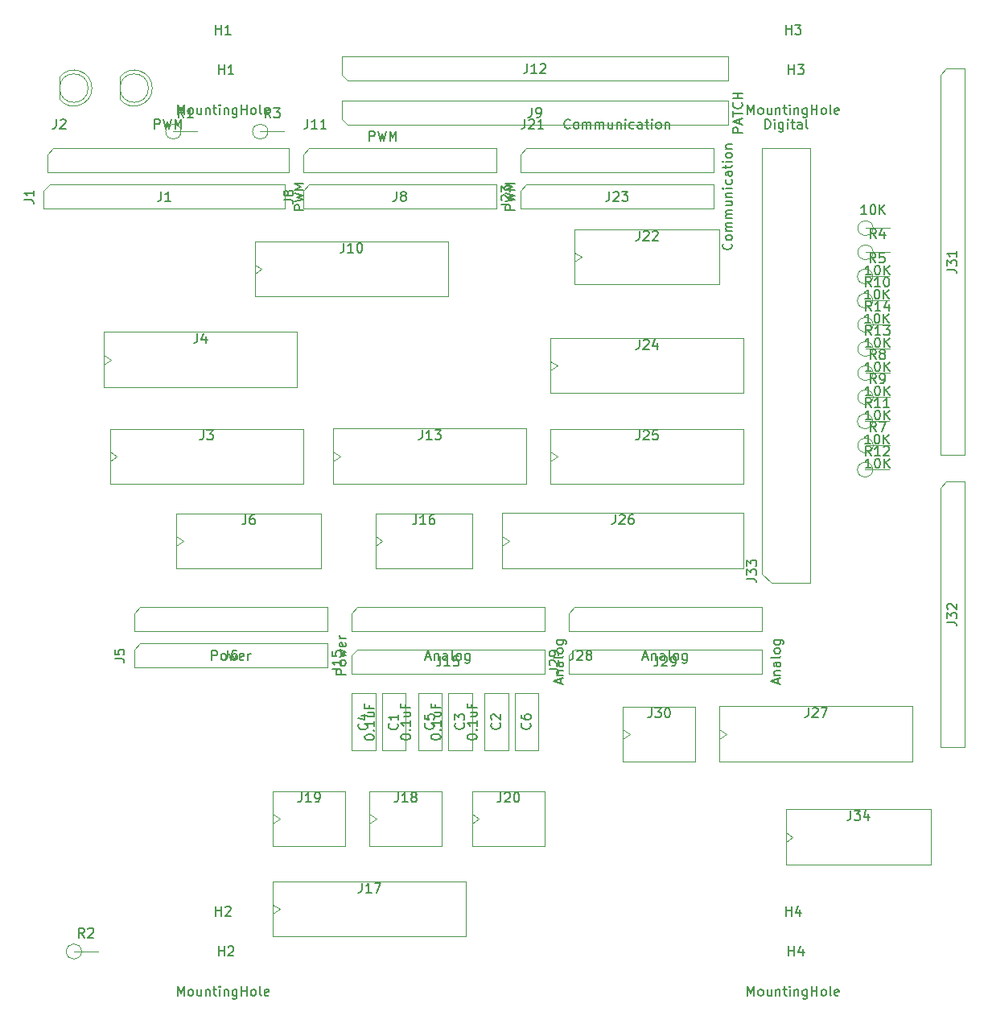
<source format=gbr>
%TF.GenerationSoftware,KiCad,Pcbnew,(6.0.7-1)-1*%
%TF.CreationDate,2023-10-29T12:10:03+10:00*%
%TF.ProjectId,Right Console Input,52696768-7420-4436-9f6e-736f6c652049,rev?*%
%TF.SameCoordinates,Original*%
%TF.FileFunction,AssemblyDrawing,Top*%
%FSLAX46Y46*%
G04 Gerber Fmt 4.6, Leading zero omitted, Abs format (unit mm)*
G04 Created by KiCad (PCBNEW (6.0.7-1)-1) date 2023-10-29 12:10:03*
%MOMM*%
%LPD*%
G01*
G04 APERTURE LIST*
%ADD10C,0.150000*%
%ADD11C,0.100000*%
G04 APERTURE END LIST*
D10*
%TO.C,J33*%
X193059523Y-45842380D02*
X193059523Y-44842380D01*
X193297619Y-44842380D01*
X193440476Y-44890000D01*
X193535714Y-44985238D01*
X193583333Y-45080476D01*
X193630952Y-45270952D01*
X193630952Y-45413809D01*
X193583333Y-45604285D01*
X193535714Y-45699523D01*
X193440476Y-45794761D01*
X193297619Y-45842380D01*
X193059523Y-45842380D01*
X194059523Y-45842380D02*
X194059523Y-45175714D01*
X194059523Y-44842380D02*
X194011904Y-44890000D01*
X194059523Y-44937619D01*
X194107142Y-44890000D01*
X194059523Y-44842380D01*
X194059523Y-44937619D01*
X194964285Y-45175714D02*
X194964285Y-45985238D01*
X194916666Y-46080476D01*
X194869047Y-46128095D01*
X194773809Y-46175714D01*
X194630952Y-46175714D01*
X194535714Y-46128095D01*
X194964285Y-45794761D02*
X194869047Y-45842380D01*
X194678571Y-45842380D01*
X194583333Y-45794761D01*
X194535714Y-45747142D01*
X194488095Y-45651904D01*
X194488095Y-45366190D01*
X194535714Y-45270952D01*
X194583333Y-45223333D01*
X194678571Y-45175714D01*
X194869047Y-45175714D01*
X194964285Y-45223333D01*
X195440476Y-45842380D02*
X195440476Y-45175714D01*
X195440476Y-44842380D02*
X195392857Y-44890000D01*
X195440476Y-44937619D01*
X195488095Y-44890000D01*
X195440476Y-44842380D01*
X195440476Y-44937619D01*
X195773809Y-45175714D02*
X196154761Y-45175714D01*
X195916666Y-44842380D02*
X195916666Y-45699523D01*
X195964285Y-45794761D01*
X196059523Y-45842380D01*
X196154761Y-45842380D01*
X196916666Y-45842380D02*
X196916666Y-45318571D01*
X196869047Y-45223333D01*
X196773809Y-45175714D01*
X196583333Y-45175714D01*
X196488095Y-45223333D01*
X196916666Y-45794761D02*
X196821428Y-45842380D01*
X196583333Y-45842380D01*
X196488095Y-45794761D01*
X196440476Y-45699523D01*
X196440476Y-45604285D01*
X196488095Y-45509047D01*
X196583333Y-45461428D01*
X196821428Y-45461428D01*
X196916666Y-45413809D01*
X197535714Y-45842380D02*
X197440476Y-45794761D01*
X197392857Y-45699523D01*
X197392857Y-44842380D01*
X191146380Y-93189523D02*
X191860666Y-93189523D01*
X192003523Y-93237142D01*
X192098761Y-93332380D01*
X192146380Y-93475238D01*
X192146380Y-93570476D01*
X191146380Y-92808571D02*
X191146380Y-92189523D01*
X191527333Y-92522857D01*
X191527333Y-92380000D01*
X191574952Y-92284761D01*
X191622571Y-92237142D01*
X191717809Y-92189523D01*
X191955904Y-92189523D01*
X192051142Y-92237142D01*
X192098761Y-92284761D01*
X192146380Y-92380000D01*
X192146380Y-92665714D01*
X192098761Y-92760952D01*
X192051142Y-92808571D01*
X191146380Y-91856190D02*
X191146380Y-91237142D01*
X191527333Y-91570476D01*
X191527333Y-91427619D01*
X191574952Y-91332380D01*
X191622571Y-91284761D01*
X191717809Y-91237142D01*
X191955904Y-91237142D01*
X192051142Y-91284761D01*
X192098761Y-91332380D01*
X192146380Y-91427619D01*
X192146380Y-91713333D01*
X192098761Y-91808571D01*
X192051142Y-91856190D01*
%TO.C,J7*%
X134853809Y-101722380D02*
X134853809Y-100722380D01*
X135234761Y-100722380D01*
X135330000Y-100770000D01*
X135377619Y-100817619D01*
X135425238Y-100912857D01*
X135425238Y-101055714D01*
X135377619Y-101150952D01*
X135330000Y-101198571D01*
X135234761Y-101246190D01*
X134853809Y-101246190D01*
X135996666Y-101722380D02*
X135901428Y-101674761D01*
X135853809Y-101627142D01*
X135806190Y-101531904D01*
X135806190Y-101246190D01*
X135853809Y-101150952D01*
X135901428Y-101103333D01*
X135996666Y-101055714D01*
X136139523Y-101055714D01*
X136234761Y-101103333D01*
X136282380Y-101150952D01*
X136330000Y-101246190D01*
X136330000Y-101531904D01*
X136282380Y-101627142D01*
X136234761Y-101674761D01*
X136139523Y-101722380D01*
X135996666Y-101722380D01*
X136663333Y-101055714D02*
X136853809Y-101722380D01*
X137044285Y-101246190D01*
X137234761Y-101722380D01*
X137425238Y-101055714D01*
X138187142Y-101674761D02*
X138091904Y-101722380D01*
X137901428Y-101722380D01*
X137806190Y-101674761D01*
X137758571Y-101579523D01*
X137758571Y-101198571D01*
X137806190Y-101103333D01*
X137901428Y-101055714D01*
X138091904Y-101055714D01*
X138187142Y-101103333D01*
X138234761Y-101198571D01*
X138234761Y-101293809D01*
X137758571Y-101389047D01*
X138663333Y-101722380D02*
X138663333Y-101055714D01*
X138663333Y-101246190D02*
X138710952Y-101150952D01*
X138758571Y-101103333D01*
X138853809Y-101055714D01*
X138949047Y-101055714D01*
%TO.C,J14*%
X157380476Y-101436666D02*
X157856666Y-101436666D01*
X157285238Y-101722380D02*
X157618571Y-100722380D01*
X157951904Y-101722380D01*
X158285238Y-101055714D02*
X158285238Y-101722380D01*
X158285238Y-101150952D02*
X158332857Y-101103333D01*
X158428095Y-101055714D01*
X158570952Y-101055714D01*
X158666190Y-101103333D01*
X158713809Y-101198571D01*
X158713809Y-101722380D01*
X159618571Y-101722380D02*
X159618571Y-101198571D01*
X159570952Y-101103333D01*
X159475714Y-101055714D01*
X159285238Y-101055714D01*
X159190000Y-101103333D01*
X159618571Y-101674761D02*
X159523333Y-101722380D01*
X159285238Y-101722380D01*
X159190000Y-101674761D01*
X159142380Y-101579523D01*
X159142380Y-101484285D01*
X159190000Y-101389047D01*
X159285238Y-101341428D01*
X159523333Y-101341428D01*
X159618571Y-101293809D01*
X160237619Y-101722380D02*
X160142380Y-101674761D01*
X160094761Y-101579523D01*
X160094761Y-100722380D01*
X160761428Y-101722380D02*
X160666190Y-101674761D01*
X160618571Y-101627142D01*
X160570952Y-101531904D01*
X160570952Y-101246190D01*
X160618571Y-101150952D01*
X160666190Y-101103333D01*
X160761428Y-101055714D01*
X160904285Y-101055714D01*
X160999523Y-101103333D01*
X161047142Y-101150952D01*
X161094761Y-101246190D01*
X161094761Y-101531904D01*
X161047142Y-101627142D01*
X160999523Y-101674761D01*
X160904285Y-101722380D01*
X160761428Y-101722380D01*
X161951904Y-101055714D02*
X161951904Y-101865238D01*
X161904285Y-101960476D01*
X161856666Y-102008095D01*
X161761428Y-102055714D01*
X161618571Y-102055714D01*
X161523333Y-102008095D01*
X161951904Y-101674761D02*
X161856666Y-101722380D01*
X161666190Y-101722380D01*
X161570952Y-101674761D01*
X161523333Y-101627142D01*
X161475714Y-101531904D01*
X161475714Y-101246190D01*
X161523333Y-101150952D01*
X161570952Y-101103333D01*
X161666190Y-101055714D01*
X161856666Y-101055714D01*
X161951904Y-101103333D01*
%TO.C,J28*%
X180240476Y-101436666D02*
X180716666Y-101436666D01*
X180145238Y-101722380D02*
X180478571Y-100722380D01*
X180811904Y-101722380D01*
X181145238Y-101055714D02*
X181145238Y-101722380D01*
X181145238Y-101150952D02*
X181192857Y-101103333D01*
X181288095Y-101055714D01*
X181430952Y-101055714D01*
X181526190Y-101103333D01*
X181573809Y-101198571D01*
X181573809Y-101722380D01*
X182478571Y-101722380D02*
X182478571Y-101198571D01*
X182430952Y-101103333D01*
X182335714Y-101055714D01*
X182145238Y-101055714D01*
X182050000Y-101103333D01*
X182478571Y-101674761D02*
X182383333Y-101722380D01*
X182145238Y-101722380D01*
X182050000Y-101674761D01*
X182002380Y-101579523D01*
X182002380Y-101484285D01*
X182050000Y-101389047D01*
X182145238Y-101341428D01*
X182383333Y-101341428D01*
X182478571Y-101293809D01*
X183097619Y-101722380D02*
X183002380Y-101674761D01*
X182954761Y-101579523D01*
X182954761Y-100722380D01*
X183621428Y-101722380D02*
X183526190Y-101674761D01*
X183478571Y-101627142D01*
X183430952Y-101531904D01*
X183430952Y-101246190D01*
X183478571Y-101150952D01*
X183526190Y-101103333D01*
X183621428Y-101055714D01*
X183764285Y-101055714D01*
X183859523Y-101103333D01*
X183907142Y-101150952D01*
X183954761Y-101246190D01*
X183954761Y-101531904D01*
X183907142Y-101627142D01*
X183859523Y-101674761D01*
X183764285Y-101722380D01*
X183621428Y-101722380D01*
X184811904Y-101055714D02*
X184811904Y-101865238D01*
X184764285Y-101960476D01*
X184716666Y-102008095D01*
X184621428Y-102055714D01*
X184478571Y-102055714D01*
X184383333Y-102008095D01*
X184811904Y-101674761D02*
X184716666Y-101722380D01*
X184526190Y-101722380D01*
X184430952Y-101674761D01*
X184383333Y-101627142D01*
X184335714Y-101531904D01*
X184335714Y-101246190D01*
X184383333Y-101150952D01*
X184430952Y-101103333D01*
X184526190Y-101055714D01*
X184716666Y-101055714D01*
X184811904Y-101103333D01*
X172850476Y-100722380D02*
X172850476Y-101436666D01*
X172802857Y-101579523D01*
X172707619Y-101674761D01*
X172564761Y-101722380D01*
X172469523Y-101722380D01*
X173279047Y-100817619D02*
X173326666Y-100770000D01*
X173421904Y-100722380D01*
X173660000Y-100722380D01*
X173755238Y-100770000D01*
X173802857Y-100817619D01*
X173850476Y-100912857D01*
X173850476Y-101008095D01*
X173802857Y-101150952D01*
X173231428Y-101722380D01*
X173850476Y-101722380D01*
X174421904Y-101150952D02*
X174326666Y-101103333D01*
X174279047Y-101055714D01*
X174231428Y-100960476D01*
X174231428Y-100912857D01*
X174279047Y-100817619D01*
X174326666Y-100770000D01*
X174421904Y-100722380D01*
X174612380Y-100722380D01*
X174707619Y-100770000D01*
X174755238Y-100817619D01*
X174802857Y-100912857D01*
X174802857Y-100960476D01*
X174755238Y-101055714D01*
X174707619Y-101103333D01*
X174612380Y-101150952D01*
X174421904Y-101150952D01*
X174326666Y-101198571D01*
X174279047Y-101246190D01*
X174231428Y-101341428D01*
X174231428Y-101531904D01*
X174279047Y-101627142D01*
X174326666Y-101674761D01*
X174421904Y-101722380D01*
X174612380Y-101722380D01*
X174707619Y-101674761D01*
X174755238Y-101627142D01*
X174802857Y-101531904D01*
X174802857Y-101341428D01*
X174755238Y-101246190D01*
X174707619Y-101198571D01*
X174612380Y-101150952D01*
%TO.C,J2*%
X128821238Y-45842380D02*
X128821238Y-44842380D01*
X129202190Y-44842380D01*
X129297428Y-44890000D01*
X129345047Y-44937619D01*
X129392666Y-45032857D01*
X129392666Y-45175714D01*
X129345047Y-45270952D01*
X129297428Y-45318571D01*
X129202190Y-45366190D01*
X128821238Y-45366190D01*
X129726000Y-44842380D02*
X129964095Y-45842380D01*
X130154571Y-45128095D01*
X130345047Y-45842380D01*
X130583142Y-44842380D01*
X130964095Y-45842380D02*
X130964095Y-44842380D01*
X131297428Y-45556666D01*
X131630761Y-44842380D01*
X131630761Y-45842380D01*
X118462666Y-44842380D02*
X118462666Y-45556666D01*
X118415047Y-45699523D01*
X118319809Y-45794761D01*
X118176952Y-45842380D01*
X118081714Y-45842380D01*
X118891238Y-44937619D02*
X118938857Y-44890000D01*
X119034095Y-44842380D01*
X119272190Y-44842380D01*
X119367428Y-44890000D01*
X119415047Y-44937619D01*
X119462666Y-45032857D01*
X119462666Y-45128095D01*
X119415047Y-45270952D01*
X118843619Y-45842380D01*
X119462666Y-45842380D01*
%TO.C,J11*%
X151427238Y-47112380D02*
X151427238Y-46112380D01*
X151808190Y-46112380D01*
X151903428Y-46160000D01*
X151951047Y-46207619D01*
X151998666Y-46302857D01*
X151998666Y-46445714D01*
X151951047Y-46540952D01*
X151903428Y-46588571D01*
X151808190Y-46636190D01*
X151427238Y-46636190D01*
X152332000Y-46112380D02*
X152570095Y-47112380D01*
X152760571Y-46398095D01*
X152951047Y-47112380D01*
X153189142Y-46112380D01*
X153570095Y-47112380D02*
X153570095Y-46112380D01*
X153903428Y-46826666D01*
X154236761Y-46112380D01*
X154236761Y-47112380D01*
X144910476Y-44842380D02*
X144910476Y-45556666D01*
X144862857Y-45699523D01*
X144767619Y-45794761D01*
X144624761Y-45842380D01*
X144529523Y-45842380D01*
X145910476Y-45842380D02*
X145339047Y-45842380D01*
X145624761Y-45842380D02*
X145624761Y-44842380D01*
X145529523Y-44985238D01*
X145434285Y-45080476D01*
X145339047Y-45128095D01*
X146862857Y-45842380D02*
X146291428Y-45842380D01*
X146577142Y-45842380D02*
X146577142Y-44842380D01*
X146481904Y-44985238D01*
X146386666Y-45080476D01*
X146291428Y-45128095D01*
%TO.C,J21*%
X172541428Y-45747142D02*
X172493809Y-45794761D01*
X172350952Y-45842380D01*
X172255714Y-45842380D01*
X172112857Y-45794761D01*
X172017619Y-45699523D01*
X171970000Y-45604285D01*
X171922380Y-45413809D01*
X171922380Y-45270952D01*
X171970000Y-45080476D01*
X172017619Y-44985238D01*
X172112857Y-44890000D01*
X172255714Y-44842380D01*
X172350952Y-44842380D01*
X172493809Y-44890000D01*
X172541428Y-44937619D01*
X173112857Y-45842380D02*
X173017619Y-45794761D01*
X172970000Y-45747142D01*
X172922380Y-45651904D01*
X172922380Y-45366190D01*
X172970000Y-45270952D01*
X173017619Y-45223333D01*
X173112857Y-45175714D01*
X173255714Y-45175714D01*
X173350952Y-45223333D01*
X173398571Y-45270952D01*
X173446190Y-45366190D01*
X173446190Y-45651904D01*
X173398571Y-45747142D01*
X173350952Y-45794761D01*
X173255714Y-45842380D01*
X173112857Y-45842380D01*
X173874761Y-45842380D02*
X173874761Y-45175714D01*
X173874761Y-45270952D02*
X173922380Y-45223333D01*
X174017619Y-45175714D01*
X174160476Y-45175714D01*
X174255714Y-45223333D01*
X174303333Y-45318571D01*
X174303333Y-45842380D01*
X174303333Y-45318571D02*
X174350952Y-45223333D01*
X174446190Y-45175714D01*
X174589047Y-45175714D01*
X174684285Y-45223333D01*
X174731904Y-45318571D01*
X174731904Y-45842380D01*
X175208095Y-45842380D02*
X175208095Y-45175714D01*
X175208095Y-45270952D02*
X175255714Y-45223333D01*
X175350952Y-45175714D01*
X175493809Y-45175714D01*
X175589047Y-45223333D01*
X175636666Y-45318571D01*
X175636666Y-45842380D01*
X175636666Y-45318571D02*
X175684285Y-45223333D01*
X175779523Y-45175714D01*
X175922380Y-45175714D01*
X176017619Y-45223333D01*
X176065238Y-45318571D01*
X176065238Y-45842380D01*
X176970000Y-45175714D02*
X176970000Y-45842380D01*
X176541428Y-45175714D02*
X176541428Y-45699523D01*
X176589047Y-45794761D01*
X176684285Y-45842380D01*
X176827142Y-45842380D01*
X176922380Y-45794761D01*
X176970000Y-45747142D01*
X177446190Y-45175714D02*
X177446190Y-45842380D01*
X177446190Y-45270952D02*
X177493809Y-45223333D01*
X177589047Y-45175714D01*
X177731904Y-45175714D01*
X177827142Y-45223333D01*
X177874761Y-45318571D01*
X177874761Y-45842380D01*
X178350952Y-45842380D02*
X178350952Y-45175714D01*
X178350952Y-44842380D02*
X178303333Y-44890000D01*
X178350952Y-44937619D01*
X178398571Y-44890000D01*
X178350952Y-44842380D01*
X178350952Y-44937619D01*
X179255714Y-45794761D02*
X179160476Y-45842380D01*
X178970000Y-45842380D01*
X178874761Y-45794761D01*
X178827142Y-45747142D01*
X178779523Y-45651904D01*
X178779523Y-45366190D01*
X178827142Y-45270952D01*
X178874761Y-45223333D01*
X178970000Y-45175714D01*
X179160476Y-45175714D01*
X179255714Y-45223333D01*
X180112857Y-45842380D02*
X180112857Y-45318571D01*
X180065238Y-45223333D01*
X179970000Y-45175714D01*
X179779523Y-45175714D01*
X179684285Y-45223333D01*
X180112857Y-45794761D02*
X180017619Y-45842380D01*
X179779523Y-45842380D01*
X179684285Y-45794761D01*
X179636666Y-45699523D01*
X179636666Y-45604285D01*
X179684285Y-45509047D01*
X179779523Y-45461428D01*
X180017619Y-45461428D01*
X180112857Y-45413809D01*
X180446190Y-45175714D02*
X180827142Y-45175714D01*
X180589047Y-44842380D02*
X180589047Y-45699523D01*
X180636666Y-45794761D01*
X180731904Y-45842380D01*
X180827142Y-45842380D01*
X181160476Y-45842380D02*
X181160476Y-45175714D01*
X181160476Y-44842380D02*
X181112857Y-44890000D01*
X181160476Y-44937619D01*
X181208095Y-44890000D01*
X181160476Y-44842380D01*
X181160476Y-44937619D01*
X181779523Y-45842380D02*
X181684285Y-45794761D01*
X181636666Y-45747142D01*
X181589047Y-45651904D01*
X181589047Y-45366190D01*
X181636666Y-45270952D01*
X181684285Y-45223333D01*
X181779523Y-45175714D01*
X181922380Y-45175714D01*
X182017619Y-45223333D01*
X182065238Y-45270952D01*
X182112857Y-45366190D01*
X182112857Y-45651904D01*
X182065238Y-45747142D01*
X182017619Y-45794761D01*
X181922380Y-45842380D01*
X181779523Y-45842380D01*
X182541428Y-45175714D02*
X182541428Y-45842380D01*
X182541428Y-45270952D02*
X182589047Y-45223333D01*
X182684285Y-45175714D01*
X182827142Y-45175714D01*
X182922380Y-45223333D01*
X182970000Y-45318571D01*
X182970000Y-45842380D01*
X167770476Y-44842380D02*
X167770476Y-45556666D01*
X167722857Y-45699523D01*
X167627619Y-45794761D01*
X167484761Y-45842380D01*
X167389523Y-45842380D01*
X168199047Y-44937619D02*
X168246666Y-44890000D01*
X168341904Y-44842380D01*
X168580000Y-44842380D01*
X168675238Y-44890000D01*
X168722857Y-44937619D01*
X168770476Y-45032857D01*
X168770476Y-45128095D01*
X168722857Y-45270952D01*
X168151428Y-45842380D01*
X168770476Y-45842380D01*
X169722857Y-45842380D02*
X169151428Y-45842380D01*
X169437142Y-45842380D02*
X169437142Y-44842380D01*
X169341904Y-44985238D01*
X169246666Y-45080476D01*
X169151428Y-45128095D01*
%TO.C,J10*%
X148720476Y-57862380D02*
X148720476Y-58576666D01*
X148672857Y-58719523D01*
X148577619Y-58814761D01*
X148434761Y-58862380D01*
X148339523Y-58862380D01*
X149720476Y-58862380D02*
X149149047Y-58862380D01*
X149434761Y-58862380D02*
X149434761Y-57862380D01*
X149339523Y-58005238D01*
X149244285Y-58100476D01*
X149149047Y-58148095D01*
X150339523Y-57862380D02*
X150434761Y-57862380D01*
X150530000Y-57910000D01*
X150577619Y-57957619D01*
X150625238Y-58052857D01*
X150672857Y-58243333D01*
X150672857Y-58481428D01*
X150625238Y-58671904D01*
X150577619Y-58767142D01*
X150530000Y-58814761D01*
X150434761Y-58862380D01*
X150339523Y-58862380D01*
X150244285Y-58814761D01*
X150196666Y-58767142D01*
X150149047Y-58671904D01*
X150101428Y-58481428D01*
X150101428Y-58243333D01*
X150149047Y-58052857D01*
X150196666Y-57957619D01*
X150244285Y-57910000D01*
X150339523Y-57862380D01*
%TO.C,R13*%
X204211523Y-71384380D02*
X203640095Y-71384380D01*
X203925809Y-71384380D02*
X203925809Y-70384380D01*
X203830571Y-70527238D01*
X203735333Y-70622476D01*
X203640095Y-70670095D01*
X204830571Y-70384380D02*
X204925809Y-70384380D01*
X205021047Y-70432000D01*
X205068666Y-70479619D01*
X205116285Y-70574857D01*
X205163904Y-70765333D01*
X205163904Y-71003428D01*
X205116285Y-71193904D01*
X205068666Y-71289142D01*
X205021047Y-71336761D01*
X204925809Y-71384380D01*
X204830571Y-71384380D01*
X204735333Y-71336761D01*
X204687714Y-71289142D01*
X204640095Y-71193904D01*
X204592476Y-71003428D01*
X204592476Y-70765333D01*
X204640095Y-70574857D01*
X204687714Y-70479619D01*
X204735333Y-70432000D01*
X204830571Y-70384380D01*
X205592476Y-71384380D02*
X205592476Y-70384380D01*
X206163904Y-71384380D02*
X205735333Y-70812952D01*
X206163904Y-70384380D02*
X205592476Y-70955809D01*
X204259142Y-67544380D02*
X203925809Y-67068190D01*
X203687714Y-67544380D02*
X203687714Y-66544380D01*
X204068666Y-66544380D01*
X204163904Y-66592000D01*
X204211523Y-66639619D01*
X204259142Y-66734857D01*
X204259142Y-66877714D01*
X204211523Y-66972952D01*
X204163904Y-67020571D01*
X204068666Y-67068190D01*
X203687714Y-67068190D01*
X205211523Y-67544380D02*
X204640095Y-67544380D01*
X204925809Y-67544380D02*
X204925809Y-66544380D01*
X204830571Y-66687238D01*
X204735333Y-66782476D01*
X204640095Y-66830095D01*
X205544857Y-66544380D02*
X206163904Y-66544380D01*
X205830571Y-66925333D01*
X205973428Y-66925333D01*
X206068666Y-66972952D01*
X206116285Y-67020571D01*
X206163904Y-67115809D01*
X206163904Y-67353904D01*
X206116285Y-67449142D01*
X206068666Y-67496761D01*
X205973428Y-67544380D01*
X205687714Y-67544380D01*
X205592476Y-67496761D01*
X205544857Y-67449142D01*
%TO.C,R1*%
X131887333Y-44684380D02*
X131554000Y-44208190D01*
X131315904Y-44684380D02*
X131315904Y-43684380D01*
X131696857Y-43684380D01*
X131792095Y-43732000D01*
X131839714Y-43779619D01*
X131887333Y-43874857D01*
X131887333Y-44017714D01*
X131839714Y-44112952D01*
X131792095Y-44160571D01*
X131696857Y-44208190D01*
X131315904Y-44208190D01*
X132839714Y-44684380D02*
X132268285Y-44684380D01*
X132554000Y-44684380D02*
X132554000Y-43684380D01*
X132458761Y-43827238D01*
X132363523Y-43922476D01*
X132268285Y-43970095D01*
%TO.C,J24*%
X179835476Y-68022380D02*
X179835476Y-68736666D01*
X179787857Y-68879523D01*
X179692619Y-68974761D01*
X179549761Y-69022380D01*
X179454523Y-69022380D01*
X180264047Y-68117619D02*
X180311666Y-68070000D01*
X180406904Y-68022380D01*
X180645000Y-68022380D01*
X180740238Y-68070000D01*
X180787857Y-68117619D01*
X180835476Y-68212857D01*
X180835476Y-68308095D01*
X180787857Y-68450952D01*
X180216428Y-69022380D01*
X180835476Y-69022380D01*
X181692619Y-68355714D02*
X181692619Y-69022380D01*
X181454523Y-67974761D02*
X181216428Y-68689047D01*
X181835476Y-68689047D01*
%TO.C,C4*%
X151157142Y-108421666D02*
X151204761Y-108469285D01*
X151252380Y-108612142D01*
X151252380Y-108707380D01*
X151204761Y-108850238D01*
X151109523Y-108945476D01*
X151014285Y-108993095D01*
X150823809Y-109040714D01*
X150680952Y-109040714D01*
X150490476Y-108993095D01*
X150395238Y-108945476D01*
X150300000Y-108850238D01*
X150252380Y-108707380D01*
X150252380Y-108612142D01*
X150300000Y-108469285D01*
X150347619Y-108421666D01*
X150585714Y-107564523D02*
X151252380Y-107564523D01*
X150204761Y-107802619D02*
X150919047Y-108040714D01*
X150919047Y-107421666D01*
%TO.C,R14*%
X204211523Y-68844380D02*
X203640095Y-68844380D01*
X203925809Y-68844380D02*
X203925809Y-67844380D01*
X203830571Y-67987238D01*
X203735333Y-68082476D01*
X203640095Y-68130095D01*
X204830571Y-67844380D02*
X204925809Y-67844380D01*
X205021047Y-67892000D01*
X205068666Y-67939619D01*
X205116285Y-68034857D01*
X205163904Y-68225333D01*
X205163904Y-68463428D01*
X205116285Y-68653904D01*
X205068666Y-68749142D01*
X205021047Y-68796761D01*
X204925809Y-68844380D01*
X204830571Y-68844380D01*
X204735333Y-68796761D01*
X204687714Y-68749142D01*
X204640095Y-68653904D01*
X204592476Y-68463428D01*
X204592476Y-68225333D01*
X204640095Y-68034857D01*
X204687714Y-67939619D01*
X204735333Y-67892000D01*
X204830571Y-67844380D01*
X205592476Y-68844380D02*
X205592476Y-67844380D01*
X206163904Y-68844380D02*
X205735333Y-68272952D01*
X206163904Y-67844380D02*
X205592476Y-68415809D01*
X204259142Y-65004380D02*
X203925809Y-64528190D01*
X203687714Y-65004380D02*
X203687714Y-64004380D01*
X204068666Y-64004380D01*
X204163904Y-64052000D01*
X204211523Y-64099619D01*
X204259142Y-64194857D01*
X204259142Y-64337714D01*
X204211523Y-64432952D01*
X204163904Y-64480571D01*
X204068666Y-64528190D01*
X203687714Y-64528190D01*
X205211523Y-65004380D02*
X204640095Y-65004380D01*
X204925809Y-65004380D02*
X204925809Y-64004380D01*
X204830571Y-64147238D01*
X204735333Y-64242476D01*
X204640095Y-64290095D01*
X206068666Y-64337714D02*
X206068666Y-65004380D01*
X205830571Y-63956761D02*
X205592476Y-64671047D01*
X206211523Y-64671047D01*
%TO.C,J26*%
X177295476Y-86437380D02*
X177295476Y-87151666D01*
X177247857Y-87294523D01*
X177152619Y-87389761D01*
X177009761Y-87437380D01*
X176914523Y-87437380D01*
X177724047Y-86532619D02*
X177771666Y-86485000D01*
X177866904Y-86437380D01*
X178105000Y-86437380D01*
X178200238Y-86485000D01*
X178247857Y-86532619D01*
X178295476Y-86627857D01*
X178295476Y-86723095D01*
X178247857Y-86865952D01*
X177676428Y-87437380D01*
X178295476Y-87437380D01*
X179152619Y-86437380D02*
X178962142Y-86437380D01*
X178866904Y-86485000D01*
X178819285Y-86532619D01*
X178724047Y-86675476D01*
X178676428Y-86865952D01*
X178676428Y-87246904D01*
X178724047Y-87342142D01*
X178771666Y-87389761D01*
X178866904Y-87437380D01*
X179057380Y-87437380D01*
X179152619Y-87389761D01*
X179200238Y-87342142D01*
X179247857Y-87246904D01*
X179247857Y-87008809D01*
X179200238Y-86913571D01*
X179152619Y-86865952D01*
X179057380Y-86818333D01*
X178866904Y-86818333D01*
X178771666Y-86865952D01*
X178724047Y-86913571D01*
X178676428Y-87008809D01*
%TO.C,R2*%
X121428333Y-130917380D02*
X121095000Y-130441190D01*
X120856904Y-130917380D02*
X120856904Y-129917380D01*
X121237857Y-129917380D01*
X121333095Y-129965000D01*
X121380714Y-130012619D01*
X121428333Y-130107857D01*
X121428333Y-130250714D01*
X121380714Y-130345952D01*
X121333095Y-130393571D01*
X121237857Y-130441190D01*
X120856904Y-130441190D01*
X121809285Y-130012619D02*
X121856904Y-129965000D01*
X121952142Y-129917380D01*
X122190238Y-129917380D01*
X122285476Y-129965000D01*
X122333095Y-130012619D01*
X122380714Y-130107857D01*
X122380714Y-130203095D01*
X122333095Y-130345952D01*
X121761666Y-130917380D01*
X122380714Y-130917380D01*
%TO.C,J9*%
X190666380Y-46293238D02*
X189666380Y-46293238D01*
X189666380Y-45912285D01*
X189714000Y-45817047D01*
X189761619Y-45769428D01*
X189856857Y-45721809D01*
X189999714Y-45721809D01*
X190094952Y-45769428D01*
X190142571Y-45817047D01*
X190190190Y-45912285D01*
X190190190Y-46293238D01*
X190380666Y-45340857D02*
X190380666Y-44864666D01*
X190666380Y-45436095D02*
X189666380Y-45102761D01*
X190666380Y-44769428D01*
X189666380Y-44578952D02*
X189666380Y-44007523D01*
X190666380Y-44293238D02*
X189666380Y-44293238D01*
X190571142Y-43102761D02*
X190618761Y-43150380D01*
X190666380Y-43293238D01*
X190666380Y-43388476D01*
X190618761Y-43531333D01*
X190523523Y-43626571D01*
X190428285Y-43674190D01*
X190237809Y-43721809D01*
X190094952Y-43721809D01*
X189904476Y-43674190D01*
X189809238Y-43626571D01*
X189714000Y-43531333D01*
X189666380Y-43388476D01*
X189666380Y-43293238D01*
X189714000Y-43150380D01*
X189761619Y-43102761D01*
X190666380Y-42674190D02*
X189666380Y-42674190D01*
X190142571Y-42674190D02*
X190142571Y-42102761D01*
X190666380Y-42102761D02*
X189666380Y-42102761D01*
X168500666Y-43650380D02*
X168500666Y-44364666D01*
X168453047Y-44507523D01*
X168357809Y-44602761D01*
X168214952Y-44650380D01*
X168119714Y-44650380D01*
X169024476Y-44650380D02*
X169214952Y-44650380D01*
X169310190Y-44602761D01*
X169357809Y-44555142D01*
X169453047Y-44412285D01*
X169500666Y-44221809D01*
X169500666Y-43840857D01*
X169453047Y-43745619D01*
X169405428Y-43698000D01*
X169310190Y-43650380D01*
X169119714Y-43650380D01*
X169024476Y-43698000D01*
X168976857Y-43745619D01*
X168929238Y-43840857D01*
X168929238Y-44078952D01*
X168976857Y-44174190D01*
X169024476Y-44221809D01*
X169119714Y-44269428D01*
X169310190Y-44269428D01*
X169405428Y-44221809D01*
X169453047Y-44174190D01*
X169500666Y-44078952D01*
%TO.C,J13*%
X156975476Y-77547380D02*
X156975476Y-78261666D01*
X156927857Y-78404523D01*
X156832619Y-78499761D01*
X156689761Y-78547380D01*
X156594523Y-78547380D01*
X157975476Y-78547380D02*
X157404047Y-78547380D01*
X157689761Y-78547380D02*
X157689761Y-77547380D01*
X157594523Y-77690238D01*
X157499285Y-77785476D01*
X157404047Y-77833095D01*
X158308809Y-77547380D02*
X158927857Y-77547380D01*
X158594523Y-77928333D01*
X158737380Y-77928333D01*
X158832619Y-77975952D01*
X158880238Y-78023571D01*
X158927857Y-78118809D01*
X158927857Y-78356904D01*
X158880238Y-78452142D01*
X158832619Y-78499761D01*
X158737380Y-78547380D01*
X158451666Y-78547380D01*
X158356428Y-78499761D01*
X158308809Y-78452142D01*
%TO.C,J29*%
X170342380Y-102714523D02*
X171056666Y-102714523D01*
X171199523Y-102762142D01*
X171294761Y-102857380D01*
X171342380Y-103000238D01*
X171342380Y-103095476D01*
X170437619Y-102285952D02*
X170390000Y-102238333D01*
X170342380Y-102143095D01*
X170342380Y-101905000D01*
X170390000Y-101809761D01*
X170437619Y-101762142D01*
X170532857Y-101714523D01*
X170628095Y-101714523D01*
X170770952Y-101762142D01*
X171342380Y-102333571D01*
X171342380Y-101714523D01*
X171342380Y-101238333D02*
X171342380Y-101047857D01*
X171294761Y-100952619D01*
X171247142Y-100905000D01*
X171104285Y-100809761D01*
X170913809Y-100762142D01*
X170532857Y-100762142D01*
X170437619Y-100809761D01*
X170390000Y-100857380D01*
X170342380Y-100952619D01*
X170342380Y-101143095D01*
X170390000Y-101238333D01*
X170437619Y-101285952D01*
X170532857Y-101333571D01*
X170770952Y-101333571D01*
X170866190Y-101285952D01*
X170913809Y-101238333D01*
X170961428Y-101143095D01*
X170961428Y-100952619D01*
X170913809Y-100857380D01*
X170866190Y-100809761D01*
X170770952Y-100762142D01*
X194376666Y-104214523D02*
X194376666Y-103738333D01*
X194662380Y-104309761D02*
X193662380Y-103976428D01*
X194662380Y-103643095D01*
X193995714Y-103309761D02*
X194662380Y-103309761D01*
X194090952Y-103309761D02*
X194043333Y-103262142D01*
X193995714Y-103166904D01*
X193995714Y-103024047D01*
X194043333Y-102928809D01*
X194138571Y-102881190D01*
X194662380Y-102881190D01*
X194662380Y-101976428D02*
X194138571Y-101976428D01*
X194043333Y-102024047D01*
X193995714Y-102119285D01*
X193995714Y-102309761D01*
X194043333Y-102405000D01*
X194614761Y-101976428D02*
X194662380Y-102071666D01*
X194662380Y-102309761D01*
X194614761Y-102405000D01*
X194519523Y-102452619D01*
X194424285Y-102452619D01*
X194329047Y-102405000D01*
X194281428Y-102309761D01*
X194281428Y-102071666D01*
X194233809Y-101976428D01*
X194662380Y-101357380D02*
X194614761Y-101452619D01*
X194519523Y-101500238D01*
X193662380Y-101500238D01*
X194662380Y-100833571D02*
X194614761Y-100928809D01*
X194567142Y-100976428D01*
X194471904Y-101024047D01*
X194186190Y-101024047D01*
X194090952Y-100976428D01*
X194043333Y-100928809D01*
X193995714Y-100833571D01*
X193995714Y-100690714D01*
X194043333Y-100595476D01*
X194090952Y-100547857D01*
X194186190Y-100500238D01*
X194471904Y-100500238D01*
X194567142Y-100547857D01*
X194614761Y-100595476D01*
X194662380Y-100690714D01*
X194662380Y-100833571D01*
X193995714Y-99643095D02*
X194805238Y-99643095D01*
X194900476Y-99690714D01*
X194948095Y-99738333D01*
X194995714Y-99833571D01*
X194995714Y-99976428D01*
X194948095Y-100071666D01*
X194614761Y-99643095D02*
X194662380Y-99738333D01*
X194662380Y-99928809D01*
X194614761Y-100024047D01*
X194567142Y-100071666D01*
X194471904Y-100119285D01*
X194186190Y-100119285D01*
X194090952Y-100071666D01*
X194043333Y-100024047D01*
X193995714Y-99928809D01*
X193995714Y-99738333D01*
X194043333Y-99643095D01*
X181740476Y-101357380D02*
X181740476Y-102071666D01*
X181692857Y-102214523D01*
X181597619Y-102309761D01*
X181454761Y-102357380D01*
X181359523Y-102357380D01*
X182169047Y-101452619D02*
X182216666Y-101405000D01*
X182311904Y-101357380D01*
X182550000Y-101357380D01*
X182645238Y-101405000D01*
X182692857Y-101452619D01*
X182740476Y-101547857D01*
X182740476Y-101643095D01*
X182692857Y-101785952D01*
X182121428Y-102357380D01*
X182740476Y-102357380D01*
X183216666Y-102357380D02*
X183407142Y-102357380D01*
X183502380Y-102309761D01*
X183550000Y-102262142D01*
X183645238Y-102119285D01*
X183692857Y-101928809D01*
X183692857Y-101547857D01*
X183645238Y-101452619D01*
X183597619Y-101405000D01*
X183502380Y-101357380D01*
X183311904Y-101357380D01*
X183216666Y-101405000D01*
X183169047Y-101452619D01*
X183121428Y-101547857D01*
X183121428Y-101785952D01*
X183169047Y-101881190D01*
X183216666Y-101928809D01*
X183311904Y-101976428D01*
X183502380Y-101976428D01*
X183597619Y-101928809D01*
X183645238Y-101881190D01*
X183692857Y-101785952D01*
%TO.C,J34*%
X202060476Y-117572380D02*
X202060476Y-118286666D01*
X202012857Y-118429523D01*
X201917619Y-118524761D01*
X201774761Y-118572380D01*
X201679523Y-118572380D01*
X202441428Y-117572380D02*
X203060476Y-117572380D01*
X202727142Y-117953333D01*
X202870000Y-117953333D01*
X202965238Y-118000952D01*
X203012857Y-118048571D01*
X203060476Y-118143809D01*
X203060476Y-118381904D01*
X203012857Y-118477142D01*
X202965238Y-118524761D01*
X202870000Y-118572380D01*
X202584285Y-118572380D01*
X202489047Y-118524761D01*
X202441428Y-118477142D01*
X203917619Y-117905714D02*
X203917619Y-118572380D01*
X203679523Y-117524761D02*
X203441428Y-118239047D01*
X204060476Y-118239047D01*
%TO.C,J31*%
X212228380Y-60677523D02*
X212942666Y-60677523D01*
X213085523Y-60725142D01*
X213180761Y-60820380D01*
X213228380Y-60963238D01*
X213228380Y-61058476D01*
X212228380Y-60296571D02*
X212228380Y-59677523D01*
X212609333Y-60010857D01*
X212609333Y-59868000D01*
X212656952Y-59772761D01*
X212704571Y-59725142D01*
X212799809Y-59677523D01*
X213037904Y-59677523D01*
X213133142Y-59725142D01*
X213180761Y-59772761D01*
X213228380Y-59868000D01*
X213228380Y-60153714D01*
X213180761Y-60248952D01*
X213133142Y-60296571D01*
X213228380Y-58725142D02*
X213228380Y-59296571D01*
X213228380Y-59010857D02*
X212228380Y-59010857D01*
X212371238Y-59106095D01*
X212466476Y-59201333D01*
X212514095Y-59296571D01*
%TO.C,H4*%
X195258095Y-128637380D02*
X195258095Y-127637380D01*
X195258095Y-128113571D02*
X195829523Y-128113571D01*
X195829523Y-128637380D02*
X195829523Y-127637380D01*
X196734285Y-127970714D02*
X196734285Y-128637380D01*
X196496190Y-127589761D02*
X196258095Y-128304047D01*
X196877142Y-128304047D01*
X191234285Y-137037380D02*
X191234285Y-136037380D01*
X191567619Y-136751666D01*
X191900952Y-136037380D01*
X191900952Y-137037380D01*
X192520000Y-137037380D02*
X192424761Y-136989761D01*
X192377142Y-136942142D01*
X192329523Y-136846904D01*
X192329523Y-136561190D01*
X192377142Y-136465952D01*
X192424761Y-136418333D01*
X192520000Y-136370714D01*
X192662857Y-136370714D01*
X192758095Y-136418333D01*
X192805714Y-136465952D01*
X192853333Y-136561190D01*
X192853333Y-136846904D01*
X192805714Y-136942142D01*
X192758095Y-136989761D01*
X192662857Y-137037380D01*
X192520000Y-137037380D01*
X193710476Y-136370714D02*
X193710476Y-137037380D01*
X193281904Y-136370714D02*
X193281904Y-136894523D01*
X193329523Y-136989761D01*
X193424761Y-137037380D01*
X193567619Y-137037380D01*
X193662857Y-136989761D01*
X193710476Y-136942142D01*
X194186666Y-136370714D02*
X194186666Y-137037380D01*
X194186666Y-136465952D02*
X194234285Y-136418333D01*
X194329523Y-136370714D01*
X194472380Y-136370714D01*
X194567619Y-136418333D01*
X194615238Y-136513571D01*
X194615238Y-137037380D01*
X194948571Y-136370714D02*
X195329523Y-136370714D01*
X195091428Y-136037380D02*
X195091428Y-136894523D01*
X195139047Y-136989761D01*
X195234285Y-137037380D01*
X195329523Y-137037380D01*
X195662857Y-137037380D02*
X195662857Y-136370714D01*
X195662857Y-136037380D02*
X195615238Y-136085000D01*
X195662857Y-136132619D01*
X195710476Y-136085000D01*
X195662857Y-136037380D01*
X195662857Y-136132619D01*
X196139047Y-136370714D02*
X196139047Y-137037380D01*
X196139047Y-136465952D02*
X196186666Y-136418333D01*
X196281904Y-136370714D01*
X196424761Y-136370714D01*
X196520000Y-136418333D01*
X196567619Y-136513571D01*
X196567619Y-137037380D01*
X197472380Y-136370714D02*
X197472380Y-137180238D01*
X197424761Y-137275476D01*
X197377142Y-137323095D01*
X197281904Y-137370714D01*
X197139047Y-137370714D01*
X197043809Y-137323095D01*
X197472380Y-136989761D02*
X197377142Y-137037380D01*
X197186666Y-137037380D01*
X197091428Y-136989761D01*
X197043809Y-136942142D01*
X196996190Y-136846904D01*
X196996190Y-136561190D01*
X197043809Y-136465952D01*
X197091428Y-136418333D01*
X197186666Y-136370714D01*
X197377142Y-136370714D01*
X197472380Y-136418333D01*
X197948571Y-137037380D02*
X197948571Y-136037380D01*
X197948571Y-136513571D02*
X198520000Y-136513571D01*
X198520000Y-137037380D02*
X198520000Y-136037380D01*
X199139047Y-137037380D02*
X199043809Y-136989761D01*
X198996190Y-136942142D01*
X198948571Y-136846904D01*
X198948571Y-136561190D01*
X198996190Y-136465952D01*
X199043809Y-136418333D01*
X199139047Y-136370714D01*
X199281904Y-136370714D01*
X199377142Y-136418333D01*
X199424761Y-136465952D01*
X199472380Y-136561190D01*
X199472380Y-136846904D01*
X199424761Y-136942142D01*
X199377142Y-136989761D01*
X199281904Y-137037380D01*
X199139047Y-137037380D01*
X200043809Y-137037380D02*
X199948571Y-136989761D01*
X199900952Y-136894523D01*
X199900952Y-136037380D01*
X200805714Y-136989761D02*
X200710476Y-137037380D01*
X200520000Y-137037380D01*
X200424761Y-136989761D01*
X200377142Y-136894523D01*
X200377142Y-136513571D01*
X200424761Y-136418333D01*
X200520000Y-136370714D01*
X200710476Y-136370714D01*
X200805714Y-136418333D01*
X200853333Y-136513571D01*
X200853333Y-136608809D01*
X200377142Y-136704047D01*
X195558095Y-132837380D02*
X195558095Y-131837380D01*
X195558095Y-132313571D02*
X196129523Y-132313571D01*
X196129523Y-132837380D02*
X196129523Y-131837380D01*
X197034285Y-132170714D02*
X197034285Y-132837380D01*
X196796190Y-131789761D02*
X196558095Y-132504047D01*
X197177142Y-132504047D01*
%TO.C,J22*%
X179835476Y-56592380D02*
X179835476Y-57306666D01*
X179787857Y-57449523D01*
X179692619Y-57544761D01*
X179549761Y-57592380D01*
X179454523Y-57592380D01*
X180264047Y-56687619D02*
X180311666Y-56640000D01*
X180406904Y-56592380D01*
X180645000Y-56592380D01*
X180740238Y-56640000D01*
X180787857Y-56687619D01*
X180835476Y-56782857D01*
X180835476Y-56878095D01*
X180787857Y-57020952D01*
X180216428Y-57592380D01*
X180835476Y-57592380D01*
X181216428Y-56687619D02*
X181264047Y-56640000D01*
X181359285Y-56592380D01*
X181597380Y-56592380D01*
X181692619Y-56640000D01*
X181740238Y-56687619D01*
X181787857Y-56782857D01*
X181787857Y-56878095D01*
X181740238Y-57020952D01*
X181168809Y-57592380D01*
X181787857Y-57592380D01*
%TO.C,C2*%
X161722380Y-109857857D02*
X161722380Y-109762619D01*
X161770000Y-109667380D01*
X161817619Y-109619761D01*
X161912857Y-109572142D01*
X162103333Y-109524523D01*
X162341428Y-109524523D01*
X162531904Y-109572142D01*
X162627142Y-109619761D01*
X162674761Y-109667380D01*
X162722380Y-109762619D01*
X162722380Y-109857857D01*
X162674761Y-109953095D01*
X162627142Y-110000714D01*
X162531904Y-110048333D01*
X162341428Y-110095952D01*
X162103333Y-110095952D01*
X161912857Y-110048333D01*
X161817619Y-110000714D01*
X161770000Y-109953095D01*
X161722380Y-109857857D01*
X162627142Y-109095952D02*
X162674761Y-109048333D01*
X162722380Y-109095952D01*
X162674761Y-109143571D01*
X162627142Y-109095952D01*
X162722380Y-109095952D01*
X162722380Y-108095952D02*
X162722380Y-108667380D01*
X162722380Y-108381666D02*
X161722380Y-108381666D01*
X161865238Y-108476904D01*
X161960476Y-108572142D01*
X162008095Y-108667380D01*
X162055714Y-107238809D02*
X162722380Y-107238809D01*
X162055714Y-107667380D02*
X162579523Y-107667380D01*
X162674761Y-107619761D01*
X162722380Y-107524523D01*
X162722380Y-107381666D01*
X162674761Y-107286428D01*
X162627142Y-107238809D01*
X162198571Y-106429285D02*
X162198571Y-106762619D01*
X162722380Y-106762619D02*
X161722380Y-106762619D01*
X161722380Y-106286428D01*
X165127142Y-108381666D02*
X165174761Y-108429285D01*
X165222380Y-108572142D01*
X165222380Y-108667380D01*
X165174761Y-108810238D01*
X165079523Y-108905476D01*
X164984285Y-108953095D01*
X164793809Y-109000714D01*
X164650952Y-109000714D01*
X164460476Y-108953095D01*
X164365238Y-108905476D01*
X164270000Y-108810238D01*
X164222380Y-108667380D01*
X164222380Y-108572142D01*
X164270000Y-108429285D01*
X164317619Y-108381666D01*
X164317619Y-108000714D02*
X164270000Y-107953095D01*
X164222380Y-107857857D01*
X164222380Y-107619761D01*
X164270000Y-107524523D01*
X164317619Y-107476904D01*
X164412857Y-107429285D01*
X164508095Y-107429285D01*
X164650952Y-107476904D01*
X165222380Y-108048333D01*
X165222380Y-107429285D01*
%TO.C,C3*%
X157912380Y-109857857D02*
X157912380Y-109762619D01*
X157960000Y-109667380D01*
X158007619Y-109619761D01*
X158102857Y-109572142D01*
X158293333Y-109524523D01*
X158531428Y-109524523D01*
X158721904Y-109572142D01*
X158817142Y-109619761D01*
X158864761Y-109667380D01*
X158912380Y-109762619D01*
X158912380Y-109857857D01*
X158864761Y-109953095D01*
X158817142Y-110000714D01*
X158721904Y-110048333D01*
X158531428Y-110095952D01*
X158293333Y-110095952D01*
X158102857Y-110048333D01*
X158007619Y-110000714D01*
X157960000Y-109953095D01*
X157912380Y-109857857D01*
X158817142Y-109095952D02*
X158864761Y-109048333D01*
X158912380Y-109095952D01*
X158864761Y-109143571D01*
X158817142Y-109095952D01*
X158912380Y-109095952D01*
X158912380Y-108095952D02*
X158912380Y-108667380D01*
X158912380Y-108381666D02*
X157912380Y-108381666D01*
X158055238Y-108476904D01*
X158150476Y-108572142D01*
X158198095Y-108667380D01*
X158245714Y-107238809D02*
X158912380Y-107238809D01*
X158245714Y-107667380D02*
X158769523Y-107667380D01*
X158864761Y-107619761D01*
X158912380Y-107524523D01*
X158912380Y-107381666D01*
X158864761Y-107286428D01*
X158817142Y-107238809D01*
X158388571Y-106429285D02*
X158388571Y-106762619D01*
X158912380Y-106762619D02*
X157912380Y-106762619D01*
X157912380Y-106286428D01*
X161317142Y-108381666D02*
X161364761Y-108429285D01*
X161412380Y-108572142D01*
X161412380Y-108667380D01*
X161364761Y-108810238D01*
X161269523Y-108905476D01*
X161174285Y-108953095D01*
X160983809Y-109000714D01*
X160840952Y-109000714D01*
X160650476Y-108953095D01*
X160555238Y-108905476D01*
X160460000Y-108810238D01*
X160412380Y-108667380D01*
X160412380Y-108572142D01*
X160460000Y-108429285D01*
X160507619Y-108381666D01*
X160412380Y-108048333D02*
X160412380Y-107429285D01*
X160793333Y-107762619D01*
X160793333Y-107619761D01*
X160840952Y-107524523D01*
X160888571Y-107476904D01*
X160983809Y-107429285D01*
X161221904Y-107429285D01*
X161317142Y-107476904D01*
X161364761Y-107524523D01*
X161412380Y-107619761D01*
X161412380Y-107905476D01*
X161364761Y-108000714D01*
X161317142Y-108048333D01*
%TO.C,R5*%
X204161523Y-63764380D02*
X203590095Y-63764380D01*
X203875809Y-63764380D02*
X203875809Y-62764380D01*
X203780571Y-62907238D01*
X203685333Y-63002476D01*
X203590095Y-63050095D01*
X204780571Y-62764380D02*
X204875809Y-62764380D01*
X204971047Y-62812000D01*
X205018666Y-62859619D01*
X205066285Y-62954857D01*
X205113904Y-63145333D01*
X205113904Y-63383428D01*
X205066285Y-63573904D01*
X205018666Y-63669142D01*
X204971047Y-63716761D01*
X204875809Y-63764380D01*
X204780571Y-63764380D01*
X204685333Y-63716761D01*
X204637714Y-63669142D01*
X204590095Y-63573904D01*
X204542476Y-63383428D01*
X204542476Y-63145333D01*
X204590095Y-62954857D01*
X204637714Y-62859619D01*
X204685333Y-62812000D01*
X204780571Y-62764380D01*
X205542476Y-63764380D02*
X205542476Y-62764380D01*
X206113904Y-63764380D02*
X205685333Y-63192952D01*
X206113904Y-62764380D02*
X205542476Y-63335809D01*
X204685333Y-59924380D02*
X204352000Y-59448190D01*
X204113904Y-59924380D02*
X204113904Y-58924380D01*
X204494857Y-58924380D01*
X204590095Y-58972000D01*
X204637714Y-59019619D01*
X204685333Y-59114857D01*
X204685333Y-59257714D01*
X204637714Y-59352952D01*
X204590095Y-59400571D01*
X204494857Y-59448190D01*
X204113904Y-59448190D01*
X205590095Y-58924380D02*
X205113904Y-58924380D01*
X205066285Y-59400571D01*
X205113904Y-59352952D01*
X205209142Y-59305333D01*
X205447238Y-59305333D01*
X205542476Y-59352952D01*
X205590095Y-59400571D01*
X205637714Y-59495809D01*
X205637714Y-59733904D01*
X205590095Y-59829142D01*
X205542476Y-59876761D01*
X205447238Y-59924380D01*
X205209142Y-59924380D01*
X205113904Y-59876761D01*
X205066285Y-59829142D01*
%TO.C,J5*%
X124622380Y-101603333D02*
X125336666Y-101603333D01*
X125479523Y-101650952D01*
X125574761Y-101746190D01*
X125622380Y-101889047D01*
X125622380Y-101984285D01*
X124622380Y-100650952D02*
X124622380Y-101127142D01*
X125098571Y-101174761D01*
X125050952Y-101127142D01*
X125003333Y-101031904D01*
X125003333Y-100793809D01*
X125050952Y-100698571D01*
X125098571Y-100650952D01*
X125193809Y-100603333D01*
X125431904Y-100603333D01*
X125527142Y-100650952D01*
X125574761Y-100698571D01*
X125622380Y-100793809D01*
X125622380Y-101031904D01*
X125574761Y-101127142D01*
X125527142Y-101174761D01*
X148942380Y-103246190D02*
X147942380Y-103246190D01*
X147942380Y-102865238D01*
X147990000Y-102770000D01*
X148037619Y-102722380D01*
X148132857Y-102674761D01*
X148275714Y-102674761D01*
X148370952Y-102722380D01*
X148418571Y-102770000D01*
X148466190Y-102865238D01*
X148466190Y-103246190D01*
X148942380Y-102103333D02*
X148894761Y-102198571D01*
X148847142Y-102246190D01*
X148751904Y-102293809D01*
X148466190Y-102293809D01*
X148370952Y-102246190D01*
X148323333Y-102198571D01*
X148275714Y-102103333D01*
X148275714Y-101960476D01*
X148323333Y-101865238D01*
X148370952Y-101817619D01*
X148466190Y-101770000D01*
X148751904Y-101770000D01*
X148847142Y-101817619D01*
X148894761Y-101865238D01*
X148942380Y-101960476D01*
X148942380Y-102103333D01*
X148275714Y-101436666D02*
X148942380Y-101246190D01*
X148466190Y-101055714D01*
X148942380Y-100865238D01*
X148275714Y-100674761D01*
X148894761Y-99912857D02*
X148942380Y-100008095D01*
X148942380Y-100198571D01*
X148894761Y-100293809D01*
X148799523Y-100341428D01*
X148418571Y-100341428D01*
X148323333Y-100293809D01*
X148275714Y-100198571D01*
X148275714Y-100008095D01*
X148323333Y-99912857D01*
X148418571Y-99865238D01*
X148513809Y-99865238D01*
X148609047Y-100341428D01*
X148942380Y-99436666D02*
X148275714Y-99436666D01*
X148466190Y-99436666D02*
X148370952Y-99389047D01*
X148323333Y-99341428D01*
X148275714Y-99246190D01*
X148275714Y-99150952D01*
X136496666Y-100722380D02*
X136496666Y-101436666D01*
X136449047Y-101579523D01*
X136353809Y-101674761D01*
X136210952Y-101722380D01*
X136115714Y-101722380D01*
X137449047Y-100722380D02*
X136972857Y-100722380D01*
X136925238Y-101198571D01*
X136972857Y-101150952D01*
X137068095Y-101103333D01*
X137306190Y-101103333D01*
X137401428Y-101150952D01*
X137449047Y-101198571D01*
X137496666Y-101293809D01*
X137496666Y-101531904D01*
X137449047Y-101627142D01*
X137401428Y-101674761D01*
X137306190Y-101722380D01*
X137068095Y-101722380D01*
X136972857Y-101674761D01*
X136925238Y-101627142D01*
%TO.C,R6*%
X203741523Y-54859380D02*
X203170095Y-54859380D01*
X203455809Y-54859380D02*
X203455809Y-53859380D01*
X203360571Y-54002238D01*
X203265333Y-54097476D01*
X203170095Y-54145095D01*
X204360571Y-53859380D02*
X204455809Y-53859380D01*
X204551047Y-53907000D01*
X204598666Y-53954619D01*
X204646285Y-54049857D01*
X204693904Y-54240333D01*
X204693904Y-54478428D01*
X204646285Y-54668904D01*
X204598666Y-54764142D01*
X204551047Y-54811761D01*
X204455809Y-54859380D01*
X204360571Y-54859380D01*
X204265333Y-54811761D01*
X204217714Y-54764142D01*
X204170095Y-54668904D01*
X204122476Y-54478428D01*
X204122476Y-54240333D01*
X204170095Y-54049857D01*
X204217714Y-53954619D01*
X204265333Y-53907000D01*
X204360571Y-53859380D01*
X205122476Y-54859380D02*
X205122476Y-53859380D01*
X205693904Y-54859380D02*
X205265333Y-54287952D01*
X205693904Y-53859380D02*
X205122476Y-54430809D01*
%TO.C,R12*%
X204209142Y-80244380D02*
X203875809Y-79768190D01*
X203637714Y-80244380D02*
X203637714Y-79244380D01*
X204018666Y-79244380D01*
X204113904Y-79292000D01*
X204161523Y-79339619D01*
X204209142Y-79434857D01*
X204209142Y-79577714D01*
X204161523Y-79672952D01*
X204113904Y-79720571D01*
X204018666Y-79768190D01*
X203637714Y-79768190D01*
X205161523Y-80244380D02*
X204590095Y-80244380D01*
X204875809Y-80244380D02*
X204875809Y-79244380D01*
X204780571Y-79387238D01*
X204685333Y-79482476D01*
X204590095Y-79530095D01*
X205542476Y-79339619D02*
X205590095Y-79292000D01*
X205685333Y-79244380D01*
X205923428Y-79244380D01*
X206018666Y-79292000D01*
X206066285Y-79339619D01*
X206113904Y-79434857D01*
X206113904Y-79530095D01*
X206066285Y-79672952D01*
X205494857Y-80244380D01*
X206113904Y-80244380D01*
%TO.C,J18*%
X154435476Y-115667380D02*
X154435476Y-116381666D01*
X154387857Y-116524523D01*
X154292619Y-116619761D01*
X154149761Y-116667380D01*
X154054523Y-116667380D01*
X155435476Y-116667380D02*
X154864047Y-116667380D01*
X155149761Y-116667380D02*
X155149761Y-115667380D01*
X155054523Y-115810238D01*
X154959285Y-115905476D01*
X154864047Y-115953095D01*
X156006904Y-116095952D02*
X155911666Y-116048333D01*
X155864047Y-116000714D01*
X155816428Y-115905476D01*
X155816428Y-115857857D01*
X155864047Y-115762619D01*
X155911666Y-115715000D01*
X156006904Y-115667380D01*
X156197380Y-115667380D01*
X156292619Y-115715000D01*
X156340238Y-115762619D01*
X156387857Y-115857857D01*
X156387857Y-115905476D01*
X156340238Y-116000714D01*
X156292619Y-116048333D01*
X156197380Y-116095952D01*
X156006904Y-116095952D01*
X155911666Y-116143571D01*
X155864047Y-116191190D01*
X155816428Y-116286428D01*
X155816428Y-116476904D01*
X155864047Y-116572142D01*
X155911666Y-116619761D01*
X156006904Y-116667380D01*
X156197380Y-116667380D01*
X156292619Y-116619761D01*
X156340238Y-116572142D01*
X156387857Y-116476904D01*
X156387857Y-116286428D01*
X156340238Y-116191190D01*
X156292619Y-116143571D01*
X156197380Y-116095952D01*
%TO.C,J6*%
X138401666Y-86457380D02*
X138401666Y-87171666D01*
X138354047Y-87314523D01*
X138258809Y-87409761D01*
X138115952Y-87457380D01*
X138020714Y-87457380D01*
X139306428Y-86457380D02*
X139115952Y-86457380D01*
X139020714Y-86505000D01*
X138973095Y-86552619D01*
X138877857Y-86695476D01*
X138830238Y-86885952D01*
X138830238Y-87266904D01*
X138877857Y-87362142D01*
X138925476Y-87409761D01*
X139020714Y-87457380D01*
X139211190Y-87457380D01*
X139306428Y-87409761D01*
X139354047Y-87362142D01*
X139401666Y-87266904D01*
X139401666Y-87028809D01*
X139354047Y-86933571D01*
X139306428Y-86885952D01*
X139211190Y-86838333D01*
X139020714Y-86838333D01*
X138925476Y-86885952D01*
X138877857Y-86933571D01*
X138830238Y-87028809D01*
%TO.C,J16*%
X156340476Y-86457380D02*
X156340476Y-87171666D01*
X156292857Y-87314523D01*
X156197619Y-87409761D01*
X156054761Y-87457380D01*
X155959523Y-87457380D01*
X157340476Y-87457380D02*
X156769047Y-87457380D01*
X157054761Y-87457380D02*
X157054761Y-86457380D01*
X156959523Y-86600238D01*
X156864285Y-86695476D01*
X156769047Y-86743095D01*
X158197619Y-86457380D02*
X158007142Y-86457380D01*
X157911904Y-86505000D01*
X157864285Y-86552619D01*
X157769047Y-86695476D01*
X157721428Y-86885952D01*
X157721428Y-87266904D01*
X157769047Y-87362142D01*
X157816666Y-87409761D01*
X157911904Y-87457380D01*
X158102380Y-87457380D01*
X158197619Y-87409761D01*
X158245238Y-87362142D01*
X158292857Y-87266904D01*
X158292857Y-87028809D01*
X158245238Y-86933571D01*
X158197619Y-86885952D01*
X158102380Y-86838333D01*
X157911904Y-86838333D01*
X157816666Y-86885952D01*
X157769047Y-86933571D01*
X157721428Y-87028809D01*
%TO.C,C1*%
X150927380Y-109897857D02*
X150927380Y-109802619D01*
X150975000Y-109707380D01*
X151022619Y-109659761D01*
X151117857Y-109612142D01*
X151308333Y-109564523D01*
X151546428Y-109564523D01*
X151736904Y-109612142D01*
X151832142Y-109659761D01*
X151879761Y-109707380D01*
X151927380Y-109802619D01*
X151927380Y-109897857D01*
X151879761Y-109993095D01*
X151832142Y-110040714D01*
X151736904Y-110088333D01*
X151546428Y-110135952D01*
X151308333Y-110135952D01*
X151117857Y-110088333D01*
X151022619Y-110040714D01*
X150975000Y-109993095D01*
X150927380Y-109897857D01*
X151832142Y-109135952D02*
X151879761Y-109088333D01*
X151927380Y-109135952D01*
X151879761Y-109183571D01*
X151832142Y-109135952D01*
X151927380Y-109135952D01*
X151927380Y-108135952D02*
X151927380Y-108707380D01*
X151927380Y-108421666D02*
X150927380Y-108421666D01*
X151070238Y-108516904D01*
X151165476Y-108612142D01*
X151213095Y-108707380D01*
X151260714Y-107278809D02*
X151927380Y-107278809D01*
X151260714Y-107707380D02*
X151784523Y-107707380D01*
X151879761Y-107659761D01*
X151927380Y-107564523D01*
X151927380Y-107421666D01*
X151879761Y-107326428D01*
X151832142Y-107278809D01*
X151403571Y-106469285D02*
X151403571Y-106802619D01*
X151927380Y-106802619D02*
X150927380Y-106802619D01*
X150927380Y-106326428D01*
X154332142Y-108421666D02*
X154379761Y-108469285D01*
X154427380Y-108612142D01*
X154427380Y-108707380D01*
X154379761Y-108850238D01*
X154284523Y-108945476D01*
X154189285Y-108993095D01*
X153998809Y-109040714D01*
X153855952Y-109040714D01*
X153665476Y-108993095D01*
X153570238Y-108945476D01*
X153475000Y-108850238D01*
X153427380Y-108707380D01*
X153427380Y-108612142D01*
X153475000Y-108469285D01*
X153522619Y-108421666D01*
X154427380Y-107469285D02*
X154427380Y-108040714D01*
X154427380Y-107755000D02*
X153427380Y-107755000D01*
X153570238Y-107850238D01*
X153665476Y-107945476D01*
X153713095Y-108040714D01*
%TO.C,R4*%
X204211523Y-61224380D02*
X203640095Y-61224380D01*
X203925809Y-61224380D02*
X203925809Y-60224380D01*
X203830571Y-60367238D01*
X203735333Y-60462476D01*
X203640095Y-60510095D01*
X204830571Y-60224380D02*
X204925809Y-60224380D01*
X205021047Y-60272000D01*
X205068666Y-60319619D01*
X205116285Y-60414857D01*
X205163904Y-60605333D01*
X205163904Y-60843428D01*
X205116285Y-61033904D01*
X205068666Y-61129142D01*
X205021047Y-61176761D01*
X204925809Y-61224380D01*
X204830571Y-61224380D01*
X204735333Y-61176761D01*
X204687714Y-61129142D01*
X204640095Y-61033904D01*
X204592476Y-60843428D01*
X204592476Y-60605333D01*
X204640095Y-60414857D01*
X204687714Y-60319619D01*
X204735333Y-60272000D01*
X204830571Y-60224380D01*
X205592476Y-61224380D02*
X205592476Y-60224380D01*
X206163904Y-61224380D02*
X205735333Y-60652952D01*
X206163904Y-60224380D02*
X205592476Y-60795809D01*
X204735333Y-57384380D02*
X204402000Y-56908190D01*
X204163904Y-57384380D02*
X204163904Y-56384380D01*
X204544857Y-56384380D01*
X204640095Y-56432000D01*
X204687714Y-56479619D01*
X204735333Y-56574857D01*
X204735333Y-56717714D01*
X204687714Y-56812952D01*
X204640095Y-56860571D01*
X204544857Y-56908190D01*
X204163904Y-56908190D01*
X205592476Y-56717714D02*
X205592476Y-57384380D01*
X205354380Y-56336761D02*
X205116285Y-57051047D01*
X205735333Y-57051047D01*
%TO.C,J4*%
X133321666Y-67387380D02*
X133321666Y-68101666D01*
X133274047Y-68244523D01*
X133178809Y-68339761D01*
X133035952Y-68387380D01*
X132940714Y-68387380D01*
X134226428Y-67720714D02*
X134226428Y-68387380D01*
X133988333Y-67339761D02*
X133750238Y-68054047D01*
X134369285Y-68054047D01*
%TO.C,H3*%
X195258095Y-35927380D02*
X195258095Y-34927380D01*
X195258095Y-35403571D02*
X195829523Y-35403571D01*
X195829523Y-35927380D02*
X195829523Y-34927380D01*
X196210476Y-34927380D02*
X196829523Y-34927380D01*
X196496190Y-35308333D01*
X196639047Y-35308333D01*
X196734285Y-35355952D01*
X196781904Y-35403571D01*
X196829523Y-35498809D01*
X196829523Y-35736904D01*
X196781904Y-35832142D01*
X196734285Y-35879761D01*
X196639047Y-35927380D01*
X196353333Y-35927380D01*
X196258095Y-35879761D01*
X196210476Y-35832142D01*
X191234285Y-44327380D02*
X191234285Y-43327380D01*
X191567619Y-44041666D01*
X191900952Y-43327380D01*
X191900952Y-44327380D01*
X192520000Y-44327380D02*
X192424761Y-44279761D01*
X192377142Y-44232142D01*
X192329523Y-44136904D01*
X192329523Y-43851190D01*
X192377142Y-43755952D01*
X192424761Y-43708333D01*
X192520000Y-43660714D01*
X192662857Y-43660714D01*
X192758095Y-43708333D01*
X192805714Y-43755952D01*
X192853333Y-43851190D01*
X192853333Y-44136904D01*
X192805714Y-44232142D01*
X192758095Y-44279761D01*
X192662857Y-44327380D01*
X192520000Y-44327380D01*
X193710476Y-43660714D02*
X193710476Y-44327380D01*
X193281904Y-43660714D02*
X193281904Y-44184523D01*
X193329523Y-44279761D01*
X193424761Y-44327380D01*
X193567619Y-44327380D01*
X193662857Y-44279761D01*
X193710476Y-44232142D01*
X194186666Y-43660714D02*
X194186666Y-44327380D01*
X194186666Y-43755952D02*
X194234285Y-43708333D01*
X194329523Y-43660714D01*
X194472380Y-43660714D01*
X194567619Y-43708333D01*
X194615238Y-43803571D01*
X194615238Y-44327380D01*
X194948571Y-43660714D02*
X195329523Y-43660714D01*
X195091428Y-43327380D02*
X195091428Y-44184523D01*
X195139047Y-44279761D01*
X195234285Y-44327380D01*
X195329523Y-44327380D01*
X195662857Y-44327380D02*
X195662857Y-43660714D01*
X195662857Y-43327380D02*
X195615238Y-43375000D01*
X195662857Y-43422619D01*
X195710476Y-43375000D01*
X195662857Y-43327380D01*
X195662857Y-43422619D01*
X196139047Y-43660714D02*
X196139047Y-44327380D01*
X196139047Y-43755952D02*
X196186666Y-43708333D01*
X196281904Y-43660714D01*
X196424761Y-43660714D01*
X196520000Y-43708333D01*
X196567619Y-43803571D01*
X196567619Y-44327380D01*
X197472380Y-43660714D02*
X197472380Y-44470238D01*
X197424761Y-44565476D01*
X197377142Y-44613095D01*
X197281904Y-44660714D01*
X197139047Y-44660714D01*
X197043809Y-44613095D01*
X197472380Y-44279761D02*
X197377142Y-44327380D01*
X197186666Y-44327380D01*
X197091428Y-44279761D01*
X197043809Y-44232142D01*
X196996190Y-44136904D01*
X196996190Y-43851190D01*
X197043809Y-43755952D01*
X197091428Y-43708333D01*
X197186666Y-43660714D01*
X197377142Y-43660714D01*
X197472380Y-43708333D01*
X197948571Y-44327380D02*
X197948571Y-43327380D01*
X197948571Y-43803571D02*
X198520000Y-43803571D01*
X198520000Y-44327380D02*
X198520000Y-43327380D01*
X199139047Y-44327380D02*
X199043809Y-44279761D01*
X198996190Y-44232142D01*
X198948571Y-44136904D01*
X198948571Y-43851190D01*
X198996190Y-43755952D01*
X199043809Y-43708333D01*
X199139047Y-43660714D01*
X199281904Y-43660714D01*
X199377142Y-43708333D01*
X199424761Y-43755952D01*
X199472380Y-43851190D01*
X199472380Y-44136904D01*
X199424761Y-44232142D01*
X199377142Y-44279761D01*
X199281904Y-44327380D01*
X199139047Y-44327380D01*
X200043809Y-44327380D02*
X199948571Y-44279761D01*
X199900952Y-44184523D01*
X199900952Y-43327380D01*
X200805714Y-44279761D02*
X200710476Y-44327380D01*
X200520000Y-44327380D01*
X200424761Y-44279761D01*
X200377142Y-44184523D01*
X200377142Y-43803571D01*
X200424761Y-43708333D01*
X200520000Y-43660714D01*
X200710476Y-43660714D01*
X200805714Y-43708333D01*
X200853333Y-43803571D01*
X200853333Y-43898809D01*
X200377142Y-43994047D01*
X195558095Y-40127380D02*
X195558095Y-39127380D01*
X195558095Y-39603571D02*
X196129523Y-39603571D01*
X196129523Y-40127380D02*
X196129523Y-39127380D01*
X196510476Y-39127380D02*
X197129523Y-39127380D01*
X196796190Y-39508333D01*
X196939047Y-39508333D01*
X197034285Y-39555952D01*
X197081904Y-39603571D01*
X197129523Y-39698809D01*
X197129523Y-39936904D01*
X197081904Y-40032142D01*
X197034285Y-40079761D01*
X196939047Y-40127380D01*
X196653333Y-40127380D01*
X196558095Y-40079761D01*
X196510476Y-40032142D01*
%TO.C,J23*%
X165262380Y-53819523D02*
X165976666Y-53819523D01*
X166119523Y-53867142D01*
X166214761Y-53962380D01*
X166262380Y-54105238D01*
X166262380Y-54200476D01*
X165357619Y-53390952D02*
X165310000Y-53343333D01*
X165262380Y-53248095D01*
X165262380Y-53010000D01*
X165310000Y-52914761D01*
X165357619Y-52867142D01*
X165452857Y-52819523D01*
X165548095Y-52819523D01*
X165690952Y-52867142D01*
X166262380Y-53438571D01*
X166262380Y-52819523D01*
X165262380Y-52486190D02*
X165262380Y-51867142D01*
X165643333Y-52200476D01*
X165643333Y-52057619D01*
X165690952Y-51962380D01*
X165738571Y-51914761D01*
X165833809Y-51867142D01*
X166071904Y-51867142D01*
X166167142Y-51914761D01*
X166214761Y-51962380D01*
X166262380Y-52057619D01*
X166262380Y-52343333D01*
X166214761Y-52438571D01*
X166167142Y-52486190D01*
X189487142Y-57938571D02*
X189534761Y-57986190D01*
X189582380Y-58129047D01*
X189582380Y-58224285D01*
X189534761Y-58367142D01*
X189439523Y-58462380D01*
X189344285Y-58510000D01*
X189153809Y-58557619D01*
X189010952Y-58557619D01*
X188820476Y-58510000D01*
X188725238Y-58462380D01*
X188630000Y-58367142D01*
X188582380Y-58224285D01*
X188582380Y-58129047D01*
X188630000Y-57986190D01*
X188677619Y-57938571D01*
X189582380Y-57367142D02*
X189534761Y-57462380D01*
X189487142Y-57510000D01*
X189391904Y-57557619D01*
X189106190Y-57557619D01*
X189010952Y-57510000D01*
X188963333Y-57462380D01*
X188915714Y-57367142D01*
X188915714Y-57224285D01*
X188963333Y-57129047D01*
X189010952Y-57081428D01*
X189106190Y-57033809D01*
X189391904Y-57033809D01*
X189487142Y-57081428D01*
X189534761Y-57129047D01*
X189582380Y-57224285D01*
X189582380Y-57367142D01*
X189582380Y-56605238D02*
X188915714Y-56605238D01*
X189010952Y-56605238D02*
X188963333Y-56557619D01*
X188915714Y-56462380D01*
X188915714Y-56319523D01*
X188963333Y-56224285D01*
X189058571Y-56176666D01*
X189582380Y-56176666D01*
X189058571Y-56176666D02*
X188963333Y-56129047D01*
X188915714Y-56033809D01*
X188915714Y-55890952D01*
X188963333Y-55795714D01*
X189058571Y-55748095D01*
X189582380Y-55748095D01*
X189582380Y-55271904D02*
X188915714Y-55271904D01*
X189010952Y-55271904D02*
X188963333Y-55224285D01*
X188915714Y-55129047D01*
X188915714Y-54986190D01*
X188963333Y-54890952D01*
X189058571Y-54843333D01*
X189582380Y-54843333D01*
X189058571Y-54843333D02*
X188963333Y-54795714D01*
X188915714Y-54700476D01*
X188915714Y-54557619D01*
X188963333Y-54462380D01*
X189058571Y-54414761D01*
X189582380Y-54414761D01*
X188915714Y-53510000D02*
X189582380Y-53510000D01*
X188915714Y-53938571D02*
X189439523Y-53938571D01*
X189534761Y-53890952D01*
X189582380Y-53795714D01*
X189582380Y-53652857D01*
X189534761Y-53557619D01*
X189487142Y-53510000D01*
X188915714Y-53033809D02*
X189582380Y-53033809D01*
X189010952Y-53033809D02*
X188963333Y-52986190D01*
X188915714Y-52890952D01*
X188915714Y-52748095D01*
X188963333Y-52652857D01*
X189058571Y-52605238D01*
X189582380Y-52605238D01*
X189582380Y-52129047D02*
X188915714Y-52129047D01*
X188582380Y-52129047D02*
X188630000Y-52176666D01*
X188677619Y-52129047D01*
X188630000Y-52081428D01*
X188582380Y-52129047D01*
X188677619Y-52129047D01*
X189534761Y-51224285D02*
X189582380Y-51319523D01*
X189582380Y-51510000D01*
X189534761Y-51605238D01*
X189487142Y-51652857D01*
X189391904Y-51700476D01*
X189106190Y-51700476D01*
X189010952Y-51652857D01*
X188963333Y-51605238D01*
X188915714Y-51510000D01*
X188915714Y-51319523D01*
X188963333Y-51224285D01*
X189582380Y-50367142D02*
X189058571Y-50367142D01*
X188963333Y-50414761D01*
X188915714Y-50510000D01*
X188915714Y-50700476D01*
X188963333Y-50795714D01*
X189534761Y-50367142D02*
X189582380Y-50462380D01*
X189582380Y-50700476D01*
X189534761Y-50795714D01*
X189439523Y-50843333D01*
X189344285Y-50843333D01*
X189249047Y-50795714D01*
X189201428Y-50700476D01*
X189201428Y-50462380D01*
X189153809Y-50367142D01*
X188915714Y-50033809D02*
X188915714Y-49652857D01*
X188582380Y-49890952D02*
X189439523Y-49890952D01*
X189534761Y-49843333D01*
X189582380Y-49748095D01*
X189582380Y-49652857D01*
X189582380Y-49319523D02*
X188915714Y-49319523D01*
X188582380Y-49319523D02*
X188630000Y-49367142D01*
X188677619Y-49319523D01*
X188630000Y-49271904D01*
X188582380Y-49319523D01*
X188677619Y-49319523D01*
X189582380Y-48700476D02*
X189534761Y-48795714D01*
X189487142Y-48843333D01*
X189391904Y-48890952D01*
X189106190Y-48890952D01*
X189010952Y-48843333D01*
X188963333Y-48795714D01*
X188915714Y-48700476D01*
X188915714Y-48557619D01*
X188963333Y-48462380D01*
X189010952Y-48414761D01*
X189106190Y-48367142D01*
X189391904Y-48367142D01*
X189487142Y-48414761D01*
X189534761Y-48462380D01*
X189582380Y-48557619D01*
X189582380Y-48700476D01*
X188915714Y-47938571D02*
X189582380Y-47938571D01*
X189010952Y-47938571D02*
X188963333Y-47890952D01*
X188915714Y-47795714D01*
X188915714Y-47652857D01*
X188963333Y-47557619D01*
X189058571Y-47510000D01*
X189582380Y-47510000D01*
X176660476Y-52462380D02*
X176660476Y-53176666D01*
X176612857Y-53319523D01*
X176517619Y-53414761D01*
X176374761Y-53462380D01*
X176279523Y-53462380D01*
X177089047Y-52557619D02*
X177136666Y-52510000D01*
X177231904Y-52462380D01*
X177470000Y-52462380D01*
X177565238Y-52510000D01*
X177612857Y-52557619D01*
X177660476Y-52652857D01*
X177660476Y-52748095D01*
X177612857Y-52890952D01*
X177041428Y-53462380D01*
X177660476Y-53462380D01*
X177993809Y-52462380D02*
X178612857Y-52462380D01*
X178279523Y-52843333D01*
X178422380Y-52843333D01*
X178517619Y-52890952D01*
X178565238Y-52938571D01*
X178612857Y-53033809D01*
X178612857Y-53271904D01*
X178565238Y-53367142D01*
X178517619Y-53414761D01*
X178422380Y-53462380D01*
X178136666Y-53462380D01*
X178041428Y-53414761D01*
X177993809Y-53367142D01*
%TO.C,J17*%
X150625476Y-125172380D02*
X150625476Y-125886666D01*
X150577857Y-126029523D01*
X150482619Y-126124761D01*
X150339761Y-126172380D01*
X150244523Y-126172380D01*
X151625476Y-126172380D02*
X151054047Y-126172380D01*
X151339761Y-126172380D02*
X151339761Y-125172380D01*
X151244523Y-125315238D01*
X151149285Y-125410476D01*
X151054047Y-125458095D01*
X151958809Y-125172380D02*
X152625476Y-125172380D01*
X152196904Y-126172380D01*
%TO.C,C6*%
X168302142Y-108381666D02*
X168349761Y-108429285D01*
X168397380Y-108572142D01*
X168397380Y-108667380D01*
X168349761Y-108810238D01*
X168254523Y-108905476D01*
X168159285Y-108953095D01*
X167968809Y-109000714D01*
X167825952Y-109000714D01*
X167635476Y-108953095D01*
X167540238Y-108905476D01*
X167445000Y-108810238D01*
X167397380Y-108667380D01*
X167397380Y-108572142D01*
X167445000Y-108429285D01*
X167492619Y-108381666D01*
X167397380Y-107524523D02*
X167397380Y-107715000D01*
X167445000Y-107810238D01*
X167492619Y-107857857D01*
X167635476Y-107953095D01*
X167825952Y-108000714D01*
X168206904Y-108000714D01*
X168302142Y-107953095D01*
X168349761Y-107905476D01*
X168397380Y-107810238D01*
X168397380Y-107619761D01*
X168349761Y-107524523D01*
X168302142Y-107476904D01*
X168206904Y-107429285D01*
X167968809Y-107429285D01*
X167873571Y-107476904D01*
X167825952Y-107524523D01*
X167778333Y-107619761D01*
X167778333Y-107810238D01*
X167825952Y-107905476D01*
X167873571Y-107953095D01*
X167968809Y-108000714D01*
%TO.C,R10*%
X204161523Y-66304380D02*
X203590095Y-66304380D01*
X203875809Y-66304380D02*
X203875809Y-65304380D01*
X203780571Y-65447238D01*
X203685333Y-65542476D01*
X203590095Y-65590095D01*
X204780571Y-65304380D02*
X204875809Y-65304380D01*
X204971047Y-65352000D01*
X205018666Y-65399619D01*
X205066285Y-65494857D01*
X205113904Y-65685333D01*
X205113904Y-65923428D01*
X205066285Y-66113904D01*
X205018666Y-66209142D01*
X204971047Y-66256761D01*
X204875809Y-66304380D01*
X204780571Y-66304380D01*
X204685333Y-66256761D01*
X204637714Y-66209142D01*
X204590095Y-66113904D01*
X204542476Y-65923428D01*
X204542476Y-65685333D01*
X204590095Y-65494857D01*
X204637714Y-65399619D01*
X204685333Y-65352000D01*
X204780571Y-65304380D01*
X205542476Y-66304380D02*
X205542476Y-65304380D01*
X206113904Y-66304380D02*
X205685333Y-65732952D01*
X206113904Y-65304380D02*
X205542476Y-65875809D01*
X204209142Y-62464380D02*
X203875809Y-61988190D01*
X203637714Y-62464380D02*
X203637714Y-61464380D01*
X204018666Y-61464380D01*
X204113904Y-61512000D01*
X204161523Y-61559619D01*
X204209142Y-61654857D01*
X204209142Y-61797714D01*
X204161523Y-61892952D01*
X204113904Y-61940571D01*
X204018666Y-61988190D01*
X203637714Y-61988190D01*
X205161523Y-62464380D02*
X204590095Y-62464380D01*
X204875809Y-62464380D02*
X204875809Y-61464380D01*
X204780571Y-61607238D01*
X204685333Y-61702476D01*
X204590095Y-61750095D01*
X205780571Y-61464380D02*
X205875809Y-61464380D01*
X205971047Y-61512000D01*
X206018666Y-61559619D01*
X206066285Y-61654857D01*
X206113904Y-61845333D01*
X206113904Y-62083428D01*
X206066285Y-62273904D01*
X206018666Y-62369142D01*
X205971047Y-62416761D01*
X205875809Y-62464380D01*
X205780571Y-62464380D01*
X205685333Y-62416761D01*
X205637714Y-62369142D01*
X205590095Y-62273904D01*
X205542476Y-62083428D01*
X205542476Y-61845333D01*
X205590095Y-61654857D01*
X205637714Y-61559619D01*
X205685333Y-61512000D01*
X205780571Y-61464380D01*
%TO.C,J8*%
X142402380Y-53343333D02*
X143116666Y-53343333D01*
X143259523Y-53390952D01*
X143354761Y-53486190D01*
X143402380Y-53629047D01*
X143402380Y-53724285D01*
X142830952Y-52724285D02*
X142783333Y-52819523D01*
X142735714Y-52867142D01*
X142640476Y-52914761D01*
X142592857Y-52914761D01*
X142497619Y-52867142D01*
X142450000Y-52819523D01*
X142402380Y-52724285D01*
X142402380Y-52533809D01*
X142450000Y-52438571D01*
X142497619Y-52390952D01*
X142592857Y-52343333D01*
X142640476Y-52343333D01*
X142735714Y-52390952D01*
X142783333Y-52438571D01*
X142830952Y-52533809D01*
X142830952Y-52724285D01*
X142878571Y-52819523D01*
X142926190Y-52867142D01*
X143021428Y-52914761D01*
X143211904Y-52914761D01*
X143307142Y-52867142D01*
X143354761Y-52819523D01*
X143402380Y-52724285D01*
X143402380Y-52533809D01*
X143354761Y-52438571D01*
X143307142Y-52390952D01*
X143211904Y-52343333D01*
X143021428Y-52343333D01*
X142926190Y-52390952D01*
X142878571Y-52438571D01*
X142830952Y-52533809D01*
X166722380Y-54414761D02*
X165722380Y-54414761D01*
X165722380Y-54033809D01*
X165770000Y-53938571D01*
X165817619Y-53890952D01*
X165912857Y-53843333D01*
X166055714Y-53843333D01*
X166150952Y-53890952D01*
X166198571Y-53938571D01*
X166246190Y-54033809D01*
X166246190Y-54414761D01*
X165722380Y-53510000D02*
X166722380Y-53271904D01*
X166008095Y-53081428D01*
X166722380Y-52890952D01*
X165722380Y-52652857D01*
X166722380Y-52271904D02*
X165722380Y-52271904D01*
X166436666Y-51938571D01*
X165722380Y-51605238D01*
X166722380Y-51605238D01*
X154276666Y-52462380D02*
X154276666Y-53176666D01*
X154229047Y-53319523D01*
X154133809Y-53414761D01*
X153990952Y-53462380D01*
X153895714Y-53462380D01*
X154895714Y-52890952D02*
X154800476Y-52843333D01*
X154752857Y-52795714D01*
X154705238Y-52700476D01*
X154705238Y-52652857D01*
X154752857Y-52557619D01*
X154800476Y-52510000D01*
X154895714Y-52462380D01*
X155086190Y-52462380D01*
X155181428Y-52510000D01*
X155229047Y-52557619D01*
X155276666Y-52652857D01*
X155276666Y-52700476D01*
X155229047Y-52795714D01*
X155181428Y-52843333D01*
X155086190Y-52890952D01*
X154895714Y-52890952D01*
X154800476Y-52938571D01*
X154752857Y-52986190D01*
X154705238Y-53081428D01*
X154705238Y-53271904D01*
X154752857Y-53367142D01*
X154800476Y-53414761D01*
X154895714Y-53462380D01*
X155086190Y-53462380D01*
X155181428Y-53414761D01*
X155229047Y-53367142D01*
X155276666Y-53271904D01*
X155276666Y-53081428D01*
X155229047Y-52986190D01*
X155181428Y-52938571D01*
X155086190Y-52890952D01*
%TO.C,J15*%
X147482380Y-102714523D02*
X148196666Y-102714523D01*
X148339523Y-102762142D01*
X148434761Y-102857380D01*
X148482380Y-103000238D01*
X148482380Y-103095476D01*
X148482380Y-101714523D02*
X148482380Y-102285952D01*
X148482380Y-102000238D02*
X147482380Y-102000238D01*
X147625238Y-102095476D01*
X147720476Y-102190714D01*
X147768095Y-102285952D01*
X147482380Y-100809761D02*
X147482380Y-101285952D01*
X147958571Y-101333571D01*
X147910952Y-101285952D01*
X147863333Y-101190714D01*
X147863333Y-100952619D01*
X147910952Y-100857380D01*
X147958571Y-100809761D01*
X148053809Y-100762142D01*
X148291904Y-100762142D01*
X148387142Y-100809761D01*
X148434761Y-100857380D01*
X148482380Y-100952619D01*
X148482380Y-101190714D01*
X148434761Y-101285952D01*
X148387142Y-101333571D01*
X171516666Y-104214523D02*
X171516666Y-103738333D01*
X171802380Y-104309761D02*
X170802380Y-103976428D01*
X171802380Y-103643095D01*
X171135714Y-103309761D02*
X171802380Y-103309761D01*
X171230952Y-103309761D02*
X171183333Y-103262142D01*
X171135714Y-103166904D01*
X171135714Y-103024047D01*
X171183333Y-102928809D01*
X171278571Y-102881190D01*
X171802380Y-102881190D01*
X171802380Y-101976428D02*
X171278571Y-101976428D01*
X171183333Y-102024047D01*
X171135714Y-102119285D01*
X171135714Y-102309761D01*
X171183333Y-102405000D01*
X171754761Y-101976428D02*
X171802380Y-102071666D01*
X171802380Y-102309761D01*
X171754761Y-102405000D01*
X171659523Y-102452619D01*
X171564285Y-102452619D01*
X171469047Y-102405000D01*
X171421428Y-102309761D01*
X171421428Y-102071666D01*
X171373809Y-101976428D01*
X171802380Y-101357380D02*
X171754761Y-101452619D01*
X171659523Y-101500238D01*
X170802380Y-101500238D01*
X171802380Y-100833571D02*
X171754761Y-100928809D01*
X171707142Y-100976428D01*
X171611904Y-101024047D01*
X171326190Y-101024047D01*
X171230952Y-100976428D01*
X171183333Y-100928809D01*
X171135714Y-100833571D01*
X171135714Y-100690714D01*
X171183333Y-100595476D01*
X171230952Y-100547857D01*
X171326190Y-100500238D01*
X171611904Y-100500238D01*
X171707142Y-100547857D01*
X171754761Y-100595476D01*
X171802380Y-100690714D01*
X171802380Y-100833571D01*
X171135714Y-99643095D02*
X171945238Y-99643095D01*
X172040476Y-99690714D01*
X172088095Y-99738333D01*
X172135714Y-99833571D01*
X172135714Y-99976428D01*
X172088095Y-100071666D01*
X171754761Y-99643095D02*
X171802380Y-99738333D01*
X171802380Y-99928809D01*
X171754761Y-100024047D01*
X171707142Y-100071666D01*
X171611904Y-100119285D01*
X171326190Y-100119285D01*
X171230952Y-100071666D01*
X171183333Y-100024047D01*
X171135714Y-99928809D01*
X171135714Y-99738333D01*
X171183333Y-99643095D01*
X158880476Y-101357380D02*
X158880476Y-102071666D01*
X158832857Y-102214523D01*
X158737619Y-102309761D01*
X158594761Y-102357380D01*
X158499523Y-102357380D01*
X159880476Y-102357380D02*
X159309047Y-102357380D01*
X159594761Y-102357380D02*
X159594761Y-101357380D01*
X159499523Y-101500238D01*
X159404285Y-101595476D01*
X159309047Y-101643095D01*
X160785238Y-101357380D02*
X160309047Y-101357380D01*
X160261428Y-101833571D01*
X160309047Y-101785952D01*
X160404285Y-101738333D01*
X160642380Y-101738333D01*
X160737619Y-101785952D01*
X160785238Y-101833571D01*
X160832857Y-101928809D01*
X160832857Y-102166904D01*
X160785238Y-102262142D01*
X160737619Y-102309761D01*
X160642380Y-102357380D01*
X160404285Y-102357380D01*
X160309047Y-102309761D01*
X160261428Y-102262142D01*
%TO.C,J27*%
X197615476Y-106757380D02*
X197615476Y-107471666D01*
X197567857Y-107614523D01*
X197472619Y-107709761D01*
X197329761Y-107757380D01*
X197234523Y-107757380D01*
X198044047Y-106852619D02*
X198091666Y-106805000D01*
X198186904Y-106757380D01*
X198425000Y-106757380D01*
X198520238Y-106805000D01*
X198567857Y-106852619D01*
X198615476Y-106947857D01*
X198615476Y-107043095D01*
X198567857Y-107185952D01*
X197996428Y-107757380D01*
X198615476Y-107757380D01*
X198948809Y-106757380D02*
X199615476Y-106757380D01*
X199186904Y-107757380D01*
%TO.C,J3*%
X133956666Y-77567380D02*
X133956666Y-78281666D01*
X133909047Y-78424523D01*
X133813809Y-78519761D01*
X133670952Y-78567380D01*
X133575714Y-78567380D01*
X134337619Y-77567380D02*
X134956666Y-77567380D01*
X134623333Y-77948333D01*
X134766190Y-77948333D01*
X134861428Y-77995952D01*
X134909047Y-78043571D01*
X134956666Y-78138809D01*
X134956666Y-78376904D01*
X134909047Y-78472142D01*
X134861428Y-78519761D01*
X134766190Y-78567380D01*
X134480476Y-78567380D01*
X134385238Y-78519761D01*
X134337619Y-78472142D01*
%TO.C,J19*%
X144275476Y-115667380D02*
X144275476Y-116381666D01*
X144227857Y-116524523D01*
X144132619Y-116619761D01*
X143989761Y-116667380D01*
X143894523Y-116667380D01*
X145275476Y-116667380D02*
X144704047Y-116667380D01*
X144989761Y-116667380D02*
X144989761Y-115667380D01*
X144894523Y-115810238D01*
X144799285Y-115905476D01*
X144704047Y-115953095D01*
X145751666Y-116667380D02*
X145942142Y-116667380D01*
X146037380Y-116619761D01*
X146085000Y-116572142D01*
X146180238Y-116429285D01*
X146227857Y-116238809D01*
X146227857Y-115857857D01*
X146180238Y-115762619D01*
X146132619Y-115715000D01*
X146037380Y-115667380D01*
X145846904Y-115667380D01*
X145751666Y-115715000D01*
X145704047Y-115762619D01*
X145656428Y-115857857D01*
X145656428Y-116095952D01*
X145704047Y-116191190D01*
X145751666Y-116238809D01*
X145846904Y-116286428D01*
X146037380Y-116286428D01*
X146132619Y-116238809D01*
X146180238Y-116191190D01*
X146227857Y-116095952D01*
%TO.C,R9*%
X204211523Y-76464380D02*
X203640095Y-76464380D01*
X203925809Y-76464380D02*
X203925809Y-75464380D01*
X203830571Y-75607238D01*
X203735333Y-75702476D01*
X203640095Y-75750095D01*
X204830571Y-75464380D02*
X204925809Y-75464380D01*
X205021047Y-75512000D01*
X205068666Y-75559619D01*
X205116285Y-75654857D01*
X205163904Y-75845333D01*
X205163904Y-76083428D01*
X205116285Y-76273904D01*
X205068666Y-76369142D01*
X205021047Y-76416761D01*
X204925809Y-76464380D01*
X204830571Y-76464380D01*
X204735333Y-76416761D01*
X204687714Y-76369142D01*
X204640095Y-76273904D01*
X204592476Y-76083428D01*
X204592476Y-75845333D01*
X204640095Y-75654857D01*
X204687714Y-75559619D01*
X204735333Y-75512000D01*
X204830571Y-75464380D01*
X205592476Y-76464380D02*
X205592476Y-75464380D01*
X206163904Y-76464380D02*
X205735333Y-75892952D01*
X206163904Y-75464380D02*
X205592476Y-76035809D01*
X204735333Y-72624380D02*
X204402000Y-72148190D01*
X204163904Y-72624380D02*
X204163904Y-71624380D01*
X204544857Y-71624380D01*
X204640095Y-71672000D01*
X204687714Y-71719619D01*
X204735333Y-71814857D01*
X204735333Y-71957714D01*
X204687714Y-72052952D01*
X204640095Y-72100571D01*
X204544857Y-72148190D01*
X204163904Y-72148190D01*
X205211523Y-72624380D02*
X205402000Y-72624380D01*
X205497238Y-72576761D01*
X205544857Y-72529142D01*
X205640095Y-72386285D01*
X205687714Y-72195809D01*
X205687714Y-71814857D01*
X205640095Y-71719619D01*
X205592476Y-71672000D01*
X205497238Y-71624380D01*
X205306761Y-71624380D01*
X205211523Y-71672000D01*
X205163904Y-71719619D01*
X205116285Y-71814857D01*
X205116285Y-72052952D01*
X205163904Y-72148190D01*
X205211523Y-72195809D01*
X205306761Y-72243428D01*
X205497238Y-72243428D01*
X205592476Y-72195809D01*
X205640095Y-72148190D01*
X205687714Y-72052952D01*
%TO.C,R8*%
X204211523Y-73924380D02*
X203640095Y-73924380D01*
X203925809Y-73924380D02*
X203925809Y-72924380D01*
X203830571Y-73067238D01*
X203735333Y-73162476D01*
X203640095Y-73210095D01*
X204830571Y-72924380D02*
X204925809Y-72924380D01*
X205021047Y-72972000D01*
X205068666Y-73019619D01*
X205116285Y-73114857D01*
X205163904Y-73305333D01*
X205163904Y-73543428D01*
X205116285Y-73733904D01*
X205068666Y-73829142D01*
X205021047Y-73876761D01*
X204925809Y-73924380D01*
X204830571Y-73924380D01*
X204735333Y-73876761D01*
X204687714Y-73829142D01*
X204640095Y-73733904D01*
X204592476Y-73543428D01*
X204592476Y-73305333D01*
X204640095Y-73114857D01*
X204687714Y-73019619D01*
X204735333Y-72972000D01*
X204830571Y-72924380D01*
X205592476Y-73924380D02*
X205592476Y-72924380D01*
X206163904Y-73924380D02*
X205735333Y-73352952D01*
X206163904Y-72924380D02*
X205592476Y-73495809D01*
X204735333Y-70084380D02*
X204402000Y-69608190D01*
X204163904Y-70084380D02*
X204163904Y-69084380D01*
X204544857Y-69084380D01*
X204640095Y-69132000D01*
X204687714Y-69179619D01*
X204735333Y-69274857D01*
X204735333Y-69417714D01*
X204687714Y-69512952D01*
X204640095Y-69560571D01*
X204544857Y-69608190D01*
X204163904Y-69608190D01*
X205306761Y-69512952D02*
X205211523Y-69465333D01*
X205163904Y-69417714D01*
X205116285Y-69322476D01*
X205116285Y-69274857D01*
X205163904Y-69179619D01*
X205211523Y-69132000D01*
X205306761Y-69084380D01*
X205497238Y-69084380D01*
X205592476Y-69132000D01*
X205640095Y-69179619D01*
X205687714Y-69274857D01*
X205687714Y-69322476D01*
X205640095Y-69417714D01*
X205592476Y-69465333D01*
X205497238Y-69512952D01*
X205306761Y-69512952D01*
X205211523Y-69560571D01*
X205163904Y-69608190D01*
X205116285Y-69703428D01*
X205116285Y-69893904D01*
X205163904Y-69989142D01*
X205211523Y-70036761D01*
X205306761Y-70084380D01*
X205497238Y-70084380D01*
X205592476Y-70036761D01*
X205640095Y-69989142D01*
X205687714Y-69893904D01*
X205687714Y-69703428D01*
X205640095Y-69608190D01*
X205592476Y-69560571D01*
X205497238Y-69512952D01*
%TO.C,R7*%
X204211523Y-81544380D02*
X203640095Y-81544380D01*
X203925809Y-81544380D02*
X203925809Y-80544380D01*
X203830571Y-80687238D01*
X203735333Y-80782476D01*
X203640095Y-80830095D01*
X204830571Y-80544380D02*
X204925809Y-80544380D01*
X205021047Y-80592000D01*
X205068666Y-80639619D01*
X205116285Y-80734857D01*
X205163904Y-80925333D01*
X205163904Y-81163428D01*
X205116285Y-81353904D01*
X205068666Y-81449142D01*
X205021047Y-81496761D01*
X204925809Y-81544380D01*
X204830571Y-81544380D01*
X204735333Y-81496761D01*
X204687714Y-81449142D01*
X204640095Y-81353904D01*
X204592476Y-81163428D01*
X204592476Y-80925333D01*
X204640095Y-80734857D01*
X204687714Y-80639619D01*
X204735333Y-80592000D01*
X204830571Y-80544380D01*
X205592476Y-81544380D02*
X205592476Y-80544380D01*
X206163904Y-81544380D02*
X205735333Y-80972952D01*
X206163904Y-80544380D02*
X205592476Y-81115809D01*
X204735333Y-77704380D02*
X204402000Y-77228190D01*
X204163904Y-77704380D02*
X204163904Y-76704380D01*
X204544857Y-76704380D01*
X204640095Y-76752000D01*
X204687714Y-76799619D01*
X204735333Y-76894857D01*
X204735333Y-77037714D01*
X204687714Y-77132952D01*
X204640095Y-77180571D01*
X204544857Y-77228190D01*
X204163904Y-77228190D01*
X205068666Y-76704380D02*
X205735333Y-76704380D01*
X205306761Y-77704380D01*
%TO.C,R3*%
X141031333Y-44684380D02*
X140698000Y-44208190D01*
X140459904Y-44684380D02*
X140459904Y-43684380D01*
X140840857Y-43684380D01*
X140936095Y-43732000D01*
X140983714Y-43779619D01*
X141031333Y-43874857D01*
X141031333Y-44017714D01*
X140983714Y-44112952D01*
X140936095Y-44160571D01*
X140840857Y-44208190D01*
X140459904Y-44208190D01*
X141364666Y-43684380D02*
X141983714Y-43684380D01*
X141650380Y-44065333D01*
X141793238Y-44065333D01*
X141888476Y-44112952D01*
X141936095Y-44160571D01*
X141983714Y-44255809D01*
X141983714Y-44493904D01*
X141936095Y-44589142D01*
X141888476Y-44636761D01*
X141793238Y-44684380D01*
X141507523Y-44684380D01*
X141412285Y-44636761D01*
X141364666Y-44589142D01*
%TO.C,J32*%
X212228380Y-97761523D02*
X212942666Y-97761523D01*
X213085523Y-97809142D01*
X213180761Y-97904380D01*
X213228380Y-98047238D01*
X213228380Y-98142476D01*
X212228380Y-97380571D02*
X212228380Y-96761523D01*
X212609333Y-97094857D01*
X212609333Y-96952000D01*
X212656952Y-96856761D01*
X212704571Y-96809142D01*
X212799809Y-96761523D01*
X213037904Y-96761523D01*
X213133142Y-96809142D01*
X213180761Y-96856761D01*
X213228380Y-96952000D01*
X213228380Y-97237714D01*
X213180761Y-97332952D01*
X213133142Y-97380571D01*
X212323619Y-96380571D02*
X212276000Y-96332952D01*
X212228380Y-96237714D01*
X212228380Y-95999619D01*
X212276000Y-95904380D01*
X212323619Y-95856761D01*
X212418857Y-95809142D01*
X212514095Y-95809142D01*
X212656952Y-95856761D01*
X213228380Y-96428190D01*
X213228380Y-95809142D01*
%TO.C,J1*%
X115097380Y-53343333D02*
X115811666Y-53343333D01*
X115954523Y-53390952D01*
X116049761Y-53486190D01*
X116097380Y-53629047D01*
X116097380Y-53724285D01*
X116097380Y-52343333D02*
X116097380Y-52914761D01*
X116097380Y-52629047D02*
X115097380Y-52629047D01*
X115240238Y-52724285D01*
X115335476Y-52819523D01*
X115383095Y-52914761D01*
X144497380Y-54414761D02*
X143497380Y-54414761D01*
X143497380Y-54033809D01*
X143545000Y-53938571D01*
X143592619Y-53890952D01*
X143687857Y-53843333D01*
X143830714Y-53843333D01*
X143925952Y-53890952D01*
X143973571Y-53938571D01*
X144021190Y-54033809D01*
X144021190Y-54414761D01*
X143497380Y-53510000D02*
X144497380Y-53271904D01*
X143783095Y-53081428D01*
X144497380Y-52890952D01*
X143497380Y-52652857D01*
X144497380Y-52271904D02*
X143497380Y-52271904D01*
X144211666Y-51938571D01*
X143497380Y-51605238D01*
X144497380Y-51605238D01*
X129511666Y-52462380D02*
X129511666Y-53176666D01*
X129464047Y-53319523D01*
X129368809Y-53414761D01*
X129225952Y-53462380D01*
X129130714Y-53462380D01*
X130511666Y-53462380D02*
X129940238Y-53462380D01*
X130225952Y-53462380D02*
X130225952Y-52462380D01*
X130130714Y-52605238D01*
X130035476Y-52700476D01*
X129940238Y-52748095D01*
%TO.C,H2*%
X135258095Y-128637380D02*
X135258095Y-127637380D01*
X135258095Y-128113571D02*
X135829523Y-128113571D01*
X135829523Y-128637380D02*
X135829523Y-127637380D01*
X136258095Y-127732619D02*
X136305714Y-127685000D01*
X136400952Y-127637380D01*
X136639047Y-127637380D01*
X136734285Y-127685000D01*
X136781904Y-127732619D01*
X136829523Y-127827857D01*
X136829523Y-127923095D01*
X136781904Y-128065952D01*
X136210476Y-128637380D01*
X136829523Y-128637380D01*
X131234285Y-137037380D02*
X131234285Y-136037380D01*
X131567619Y-136751666D01*
X131900952Y-136037380D01*
X131900952Y-137037380D01*
X132520000Y-137037380D02*
X132424761Y-136989761D01*
X132377142Y-136942142D01*
X132329523Y-136846904D01*
X132329523Y-136561190D01*
X132377142Y-136465952D01*
X132424761Y-136418333D01*
X132520000Y-136370714D01*
X132662857Y-136370714D01*
X132758095Y-136418333D01*
X132805714Y-136465952D01*
X132853333Y-136561190D01*
X132853333Y-136846904D01*
X132805714Y-136942142D01*
X132758095Y-136989761D01*
X132662857Y-137037380D01*
X132520000Y-137037380D01*
X133710476Y-136370714D02*
X133710476Y-137037380D01*
X133281904Y-136370714D02*
X133281904Y-136894523D01*
X133329523Y-136989761D01*
X133424761Y-137037380D01*
X133567619Y-137037380D01*
X133662857Y-136989761D01*
X133710476Y-136942142D01*
X134186666Y-136370714D02*
X134186666Y-137037380D01*
X134186666Y-136465952D02*
X134234285Y-136418333D01*
X134329523Y-136370714D01*
X134472380Y-136370714D01*
X134567619Y-136418333D01*
X134615238Y-136513571D01*
X134615238Y-137037380D01*
X134948571Y-136370714D02*
X135329523Y-136370714D01*
X135091428Y-136037380D02*
X135091428Y-136894523D01*
X135139047Y-136989761D01*
X135234285Y-137037380D01*
X135329523Y-137037380D01*
X135662857Y-137037380D02*
X135662857Y-136370714D01*
X135662857Y-136037380D02*
X135615238Y-136085000D01*
X135662857Y-136132619D01*
X135710476Y-136085000D01*
X135662857Y-136037380D01*
X135662857Y-136132619D01*
X136139047Y-136370714D02*
X136139047Y-137037380D01*
X136139047Y-136465952D02*
X136186666Y-136418333D01*
X136281904Y-136370714D01*
X136424761Y-136370714D01*
X136520000Y-136418333D01*
X136567619Y-136513571D01*
X136567619Y-137037380D01*
X137472380Y-136370714D02*
X137472380Y-137180238D01*
X137424761Y-137275476D01*
X137377142Y-137323095D01*
X137281904Y-137370714D01*
X137139047Y-137370714D01*
X137043809Y-137323095D01*
X137472380Y-136989761D02*
X137377142Y-137037380D01*
X137186666Y-137037380D01*
X137091428Y-136989761D01*
X137043809Y-136942142D01*
X136996190Y-136846904D01*
X136996190Y-136561190D01*
X137043809Y-136465952D01*
X137091428Y-136418333D01*
X137186666Y-136370714D01*
X137377142Y-136370714D01*
X137472380Y-136418333D01*
X137948571Y-137037380D02*
X137948571Y-136037380D01*
X137948571Y-136513571D02*
X138520000Y-136513571D01*
X138520000Y-137037380D02*
X138520000Y-136037380D01*
X139139047Y-137037380D02*
X139043809Y-136989761D01*
X138996190Y-136942142D01*
X138948571Y-136846904D01*
X138948571Y-136561190D01*
X138996190Y-136465952D01*
X139043809Y-136418333D01*
X139139047Y-136370714D01*
X139281904Y-136370714D01*
X139377142Y-136418333D01*
X139424761Y-136465952D01*
X139472380Y-136561190D01*
X139472380Y-136846904D01*
X139424761Y-136942142D01*
X139377142Y-136989761D01*
X139281904Y-137037380D01*
X139139047Y-137037380D01*
X140043809Y-137037380D02*
X139948571Y-136989761D01*
X139900952Y-136894523D01*
X139900952Y-136037380D01*
X140805714Y-136989761D02*
X140710476Y-137037380D01*
X140520000Y-137037380D01*
X140424761Y-136989761D01*
X140377142Y-136894523D01*
X140377142Y-136513571D01*
X140424761Y-136418333D01*
X140520000Y-136370714D01*
X140710476Y-136370714D01*
X140805714Y-136418333D01*
X140853333Y-136513571D01*
X140853333Y-136608809D01*
X140377142Y-136704047D01*
X135558095Y-132837380D02*
X135558095Y-131837380D01*
X135558095Y-132313571D02*
X136129523Y-132313571D01*
X136129523Y-132837380D02*
X136129523Y-131837380D01*
X136558095Y-131932619D02*
X136605714Y-131885000D01*
X136700952Y-131837380D01*
X136939047Y-131837380D01*
X137034285Y-131885000D01*
X137081904Y-131932619D01*
X137129523Y-132027857D01*
X137129523Y-132123095D01*
X137081904Y-132265952D01*
X136510476Y-132837380D01*
X137129523Y-132837380D01*
%TO.C,J25*%
X179835476Y-77567380D02*
X179835476Y-78281666D01*
X179787857Y-78424523D01*
X179692619Y-78519761D01*
X179549761Y-78567380D01*
X179454523Y-78567380D01*
X180264047Y-77662619D02*
X180311666Y-77615000D01*
X180406904Y-77567380D01*
X180645000Y-77567380D01*
X180740238Y-77615000D01*
X180787857Y-77662619D01*
X180835476Y-77757857D01*
X180835476Y-77853095D01*
X180787857Y-77995952D01*
X180216428Y-78567380D01*
X180835476Y-78567380D01*
X181740238Y-77567380D02*
X181264047Y-77567380D01*
X181216428Y-78043571D01*
X181264047Y-77995952D01*
X181359285Y-77948333D01*
X181597380Y-77948333D01*
X181692619Y-77995952D01*
X181740238Y-78043571D01*
X181787857Y-78138809D01*
X181787857Y-78376904D01*
X181740238Y-78472142D01*
X181692619Y-78519761D01*
X181597380Y-78567380D01*
X181359285Y-78567380D01*
X181264047Y-78519761D01*
X181216428Y-78472142D01*
%TO.C,J30*%
X181105476Y-106777380D02*
X181105476Y-107491666D01*
X181057857Y-107634523D01*
X180962619Y-107729761D01*
X180819761Y-107777380D01*
X180724523Y-107777380D01*
X181486428Y-106777380D02*
X182105476Y-106777380D01*
X181772142Y-107158333D01*
X181915000Y-107158333D01*
X182010238Y-107205952D01*
X182057857Y-107253571D01*
X182105476Y-107348809D01*
X182105476Y-107586904D01*
X182057857Y-107682142D01*
X182010238Y-107729761D01*
X181915000Y-107777380D01*
X181629285Y-107777380D01*
X181534047Y-107729761D01*
X181486428Y-107682142D01*
X182724523Y-106777380D02*
X182819761Y-106777380D01*
X182915000Y-106825000D01*
X182962619Y-106872619D01*
X183010238Y-106967857D01*
X183057857Y-107158333D01*
X183057857Y-107396428D01*
X183010238Y-107586904D01*
X182962619Y-107682142D01*
X182915000Y-107729761D01*
X182819761Y-107777380D01*
X182724523Y-107777380D01*
X182629285Y-107729761D01*
X182581666Y-107682142D01*
X182534047Y-107586904D01*
X182486428Y-107396428D01*
X182486428Y-107158333D01*
X182534047Y-106967857D01*
X182581666Y-106872619D01*
X182629285Y-106825000D01*
X182724523Y-106777380D01*
%TO.C,C5*%
X154737380Y-109857857D02*
X154737380Y-109762619D01*
X154785000Y-109667380D01*
X154832619Y-109619761D01*
X154927857Y-109572142D01*
X155118333Y-109524523D01*
X155356428Y-109524523D01*
X155546904Y-109572142D01*
X155642142Y-109619761D01*
X155689761Y-109667380D01*
X155737380Y-109762619D01*
X155737380Y-109857857D01*
X155689761Y-109953095D01*
X155642142Y-110000714D01*
X155546904Y-110048333D01*
X155356428Y-110095952D01*
X155118333Y-110095952D01*
X154927857Y-110048333D01*
X154832619Y-110000714D01*
X154785000Y-109953095D01*
X154737380Y-109857857D01*
X155642142Y-109095952D02*
X155689761Y-109048333D01*
X155737380Y-109095952D01*
X155689761Y-109143571D01*
X155642142Y-109095952D01*
X155737380Y-109095952D01*
X155737380Y-108095952D02*
X155737380Y-108667380D01*
X155737380Y-108381666D02*
X154737380Y-108381666D01*
X154880238Y-108476904D01*
X154975476Y-108572142D01*
X155023095Y-108667380D01*
X155070714Y-107238809D02*
X155737380Y-107238809D01*
X155070714Y-107667380D02*
X155594523Y-107667380D01*
X155689761Y-107619761D01*
X155737380Y-107524523D01*
X155737380Y-107381666D01*
X155689761Y-107286428D01*
X155642142Y-107238809D01*
X155213571Y-106429285D02*
X155213571Y-106762619D01*
X155737380Y-106762619D02*
X154737380Y-106762619D01*
X154737380Y-106286428D01*
X158142142Y-108381666D02*
X158189761Y-108429285D01*
X158237380Y-108572142D01*
X158237380Y-108667380D01*
X158189761Y-108810238D01*
X158094523Y-108905476D01*
X157999285Y-108953095D01*
X157808809Y-109000714D01*
X157665952Y-109000714D01*
X157475476Y-108953095D01*
X157380238Y-108905476D01*
X157285000Y-108810238D01*
X157237380Y-108667380D01*
X157237380Y-108572142D01*
X157285000Y-108429285D01*
X157332619Y-108381666D01*
X157237380Y-107476904D02*
X157237380Y-107953095D01*
X157713571Y-108000714D01*
X157665952Y-107953095D01*
X157618333Y-107857857D01*
X157618333Y-107619761D01*
X157665952Y-107524523D01*
X157713571Y-107476904D01*
X157808809Y-107429285D01*
X158046904Y-107429285D01*
X158142142Y-107476904D01*
X158189761Y-107524523D01*
X158237380Y-107619761D01*
X158237380Y-107857857D01*
X158189761Y-107953095D01*
X158142142Y-108000714D01*
%TO.C,J12*%
X168024476Y-39000380D02*
X168024476Y-39714666D01*
X167976857Y-39857523D01*
X167881619Y-39952761D01*
X167738761Y-40000380D01*
X167643523Y-40000380D01*
X169024476Y-40000380D02*
X168453047Y-40000380D01*
X168738761Y-40000380D02*
X168738761Y-39000380D01*
X168643523Y-39143238D01*
X168548285Y-39238476D01*
X168453047Y-39286095D01*
X169405428Y-39095619D02*
X169453047Y-39048000D01*
X169548285Y-39000380D01*
X169786380Y-39000380D01*
X169881619Y-39048000D01*
X169929238Y-39095619D01*
X169976857Y-39190857D01*
X169976857Y-39286095D01*
X169929238Y-39428952D01*
X169357809Y-40000380D01*
X169976857Y-40000380D01*
%TO.C,J20*%
X165230476Y-115667380D02*
X165230476Y-116381666D01*
X165182857Y-116524523D01*
X165087619Y-116619761D01*
X164944761Y-116667380D01*
X164849523Y-116667380D01*
X165659047Y-115762619D02*
X165706666Y-115715000D01*
X165801904Y-115667380D01*
X166040000Y-115667380D01*
X166135238Y-115715000D01*
X166182857Y-115762619D01*
X166230476Y-115857857D01*
X166230476Y-115953095D01*
X166182857Y-116095952D01*
X165611428Y-116667380D01*
X166230476Y-116667380D01*
X166849523Y-115667380D02*
X166944761Y-115667380D01*
X167040000Y-115715000D01*
X167087619Y-115762619D01*
X167135238Y-115857857D01*
X167182857Y-116048333D01*
X167182857Y-116286428D01*
X167135238Y-116476904D01*
X167087619Y-116572142D01*
X167040000Y-116619761D01*
X166944761Y-116667380D01*
X166849523Y-116667380D01*
X166754285Y-116619761D01*
X166706666Y-116572142D01*
X166659047Y-116476904D01*
X166611428Y-116286428D01*
X166611428Y-116048333D01*
X166659047Y-115857857D01*
X166706666Y-115762619D01*
X166754285Y-115715000D01*
X166849523Y-115667380D01*
%TO.C,H1*%
X135258095Y-35927380D02*
X135258095Y-34927380D01*
X135258095Y-35403571D02*
X135829523Y-35403571D01*
X135829523Y-35927380D02*
X135829523Y-34927380D01*
X136829523Y-35927380D02*
X136258095Y-35927380D01*
X136543809Y-35927380D02*
X136543809Y-34927380D01*
X136448571Y-35070238D01*
X136353333Y-35165476D01*
X136258095Y-35213095D01*
X131234285Y-44327380D02*
X131234285Y-43327380D01*
X131567619Y-44041666D01*
X131900952Y-43327380D01*
X131900952Y-44327380D01*
X132520000Y-44327380D02*
X132424761Y-44279761D01*
X132377142Y-44232142D01*
X132329523Y-44136904D01*
X132329523Y-43851190D01*
X132377142Y-43755952D01*
X132424761Y-43708333D01*
X132520000Y-43660714D01*
X132662857Y-43660714D01*
X132758095Y-43708333D01*
X132805714Y-43755952D01*
X132853333Y-43851190D01*
X132853333Y-44136904D01*
X132805714Y-44232142D01*
X132758095Y-44279761D01*
X132662857Y-44327380D01*
X132520000Y-44327380D01*
X133710476Y-43660714D02*
X133710476Y-44327380D01*
X133281904Y-43660714D02*
X133281904Y-44184523D01*
X133329523Y-44279761D01*
X133424761Y-44327380D01*
X133567619Y-44327380D01*
X133662857Y-44279761D01*
X133710476Y-44232142D01*
X134186666Y-43660714D02*
X134186666Y-44327380D01*
X134186666Y-43755952D02*
X134234285Y-43708333D01*
X134329523Y-43660714D01*
X134472380Y-43660714D01*
X134567619Y-43708333D01*
X134615238Y-43803571D01*
X134615238Y-44327380D01*
X134948571Y-43660714D02*
X135329523Y-43660714D01*
X135091428Y-43327380D02*
X135091428Y-44184523D01*
X135139047Y-44279761D01*
X135234285Y-44327380D01*
X135329523Y-44327380D01*
X135662857Y-44327380D02*
X135662857Y-43660714D01*
X135662857Y-43327380D02*
X135615238Y-43375000D01*
X135662857Y-43422619D01*
X135710476Y-43375000D01*
X135662857Y-43327380D01*
X135662857Y-43422619D01*
X136139047Y-43660714D02*
X136139047Y-44327380D01*
X136139047Y-43755952D02*
X136186666Y-43708333D01*
X136281904Y-43660714D01*
X136424761Y-43660714D01*
X136520000Y-43708333D01*
X136567619Y-43803571D01*
X136567619Y-44327380D01*
X137472380Y-43660714D02*
X137472380Y-44470238D01*
X137424761Y-44565476D01*
X137377142Y-44613095D01*
X137281904Y-44660714D01*
X137139047Y-44660714D01*
X137043809Y-44613095D01*
X137472380Y-44279761D02*
X137377142Y-44327380D01*
X137186666Y-44327380D01*
X137091428Y-44279761D01*
X137043809Y-44232142D01*
X136996190Y-44136904D01*
X136996190Y-43851190D01*
X137043809Y-43755952D01*
X137091428Y-43708333D01*
X137186666Y-43660714D01*
X137377142Y-43660714D01*
X137472380Y-43708333D01*
X137948571Y-44327380D02*
X137948571Y-43327380D01*
X137948571Y-43803571D02*
X138520000Y-43803571D01*
X138520000Y-44327380D02*
X138520000Y-43327380D01*
X139139047Y-44327380D02*
X139043809Y-44279761D01*
X138996190Y-44232142D01*
X138948571Y-44136904D01*
X138948571Y-43851190D01*
X138996190Y-43755952D01*
X139043809Y-43708333D01*
X139139047Y-43660714D01*
X139281904Y-43660714D01*
X139377142Y-43708333D01*
X139424761Y-43755952D01*
X139472380Y-43851190D01*
X139472380Y-44136904D01*
X139424761Y-44232142D01*
X139377142Y-44279761D01*
X139281904Y-44327380D01*
X139139047Y-44327380D01*
X140043809Y-44327380D02*
X139948571Y-44279761D01*
X139900952Y-44184523D01*
X139900952Y-43327380D01*
X140805714Y-44279761D02*
X140710476Y-44327380D01*
X140520000Y-44327380D01*
X140424761Y-44279761D01*
X140377142Y-44184523D01*
X140377142Y-43803571D01*
X140424761Y-43708333D01*
X140520000Y-43660714D01*
X140710476Y-43660714D01*
X140805714Y-43708333D01*
X140853333Y-43803571D01*
X140853333Y-43898809D01*
X140377142Y-43994047D01*
X135558095Y-40127380D02*
X135558095Y-39127380D01*
X135558095Y-39603571D02*
X136129523Y-39603571D01*
X136129523Y-40127380D02*
X136129523Y-39127380D01*
X137129523Y-40127380D02*
X136558095Y-40127380D01*
X136843809Y-40127380D02*
X136843809Y-39127380D01*
X136748571Y-39270238D01*
X136653333Y-39365476D01*
X136558095Y-39413095D01*
%TO.C,R11*%
X204161523Y-79004380D02*
X203590095Y-79004380D01*
X203875809Y-79004380D02*
X203875809Y-78004380D01*
X203780571Y-78147238D01*
X203685333Y-78242476D01*
X203590095Y-78290095D01*
X204780571Y-78004380D02*
X204875809Y-78004380D01*
X204971047Y-78052000D01*
X205018666Y-78099619D01*
X205066285Y-78194857D01*
X205113904Y-78385333D01*
X205113904Y-78623428D01*
X205066285Y-78813904D01*
X205018666Y-78909142D01*
X204971047Y-78956761D01*
X204875809Y-79004380D01*
X204780571Y-79004380D01*
X204685333Y-78956761D01*
X204637714Y-78909142D01*
X204590095Y-78813904D01*
X204542476Y-78623428D01*
X204542476Y-78385333D01*
X204590095Y-78194857D01*
X204637714Y-78099619D01*
X204685333Y-78052000D01*
X204780571Y-78004380D01*
X205542476Y-79004380D02*
X205542476Y-78004380D01*
X206113904Y-79004380D02*
X205685333Y-78432952D01*
X206113904Y-78004380D02*
X205542476Y-78575809D01*
X204209142Y-75164380D02*
X203875809Y-74688190D01*
X203637714Y-75164380D02*
X203637714Y-74164380D01*
X204018666Y-74164380D01*
X204113904Y-74212000D01*
X204161523Y-74259619D01*
X204209142Y-74354857D01*
X204209142Y-74497714D01*
X204161523Y-74592952D01*
X204113904Y-74640571D01*
X204018666Y-74688190D01*
X203637714Y-74688190D01*
X205161523Y-75164380D02*
X204590095Y-75164380D01*
X204875809Y-75164380D02*
X204875809Y-74164380D01*
X204780571Y-74307238D01*
X204685333Y-74402476D01*
X204590095Y-74450095D01*
X206113904Y-75164380D02*
X205542476Y-75164380D01*
X205828190Y-75164380D02*
X205828190Y-74164380D01*
X205732952Y-74307238D01*
X205637714Y-74402476D01*
X205542476Y-74450095D01*
D11*
%TO.C,J33*%
X197790000Y-93650000D02*
X193710000Y-93650000D01*
X193710000Y-93650000D02*
X192710000Y-92650000D01*
X192710000Y-92650000D02*
X192710000Y-47930000D01*
X192710000Y-47930000D02*
X197790000Y-47930000D01*
X197790000Y-47930000D02*
X197790000Y-93650000D01*
%TO.C,J7*%
X126670000Y-98730000D02*
X126670000Y-96825000D01*
X127305000Y-96190000D02*
X146990000Y-96190000D01*
X146990000Y-96190000D02*
X146990000Y-98730000D01*
X126670000Y-96825000D02*
X127305000Y-96190000D01*
X146990000Y-98730000D02*
X126670000Y-98730000D01*
%TO.C,J14*%
X150165000Y-96190000D02*
X169850000Y-96190000D01*
X149530000Y-96825000D02*
X150165000Y-96190000D01*
X169850000Y-96190000D02*
X169850000Y-98730000D01*
X169850000Y-98730000D02*
X149530000Y-98730000D01*
X149530000Y-98730000D02*
X149530000Y-96825000D01*
%TO.C,J28*%
X172390000Y-96825000D02*
X173025000Y-96190000D01*
X192710000Y-98730000D02*
X172390000Y-98730000D01*
X173025000Y-96190000D02*
X192710000Y-96190000D01*
X172390000Y-98730000D02*
X172390000Y-96825000D01*
X192710000Y-96190000D02*
X192710000Y-98730000D01*
%TO.C,J2*%
X117526000Y-48565000D02*
X118161000Y-47930000D01*
X142926000Y-47930000D02*
X142926000Y-50470000D01*
X118161000Y-47930000D02*
X142926000Y-47930000D01*
X117526000Y-50470000D02*
X117526000Y-48565000D01*
X142926000Y-50470000D02*
X117526000Y-50470000D01*
%TO.C,J11*%
X144450000Y-48565000D02*
X145085000Y-47930000D01*
X144450000Y-50470000D02*
X144450000Y-48565000D01*
X145085000Y-47930000D02*
X164770000Y-47930000D01*
X164770000Y-47930000D02*
X164770000Y-50470000D01*
X164770000Y-50470000D02*
X144450000Y-50470000D01*
%TO.C,J21*%
X167945000Y-47930000D02*
X187630000Y-47930000D01*
X187630000Y-47930000D02*
X187630000Y-50470000D01*
X187630000Y-50470000D02*
X167310000Y-50470000D01*
X167310000Y-48565000D02*
X167945000Y-47930000D01*
X167310000Y-50470000D02*
X167310000Y-48565000D01*
%TO.C,J10*%
X139370000Y-63510000D02*
X159690000Y-63510000D01*
X159690000Y-57710000D02*
X139370000Y-57710000D01*
X139370000Y-60130000D02*
X140077107Y-60630000D01*
X140077107Y-60630000D02*
X139370000Y-61130000D01*
X159690000Y-63510000D02*
X159690000Y-57710000D01*
X139370000Y-57710000D02*
X139370000Y-63510000D01*
%TO.C,R13*%
X203632000Y-69012000D02*
X206172000Y-69012000D01*
X204432000Y-69012000D02*
G75*
G03*
X204432000Y-69012000I-800000J0D01*
G01*
%TO.C,R1*%
X130784000Y-46152000D02*
X133324000Y-46152000D01*
X131584000Y-46152000D02*
G75*
G03*
X131584000Y-46152000I-800000J0D01*
G01*
%TO.C,J24*%
X171192107Y-70790000D02*
X170485000Y-71290000D01*
X170485000Y-70290000D02*
X171192107Y-70790000D01*
X190805000Y-67870000D02*
X170485000Y-67870000D01*
X170485000Y-67870000D02*
X170485000Y-73670000D01*
X170485000Y-73670000D02*
X190805000Y-73670000D01*
X190805000Y-73670000D02*
X190805000Y-67870000D01*
%TO.C,C4*%
X149550000Y-111255000D02*
X152050000Y-111255000D01*
X149550000Y-105255000D02*
X149550000Y-111255000D01*
X152050000Y-111255000D02*
X152050000Y-105255000D01*
X152050000Y-105255000D02*
X149550000Y-105255000D01*
%TO.C,R14*%
X203632000Y-66472000D02*
X206172000Y-66472000D01*
X204432000Y-66472000D02*
G75*
G03*
X204432000Y-66472000I-800000J0D01*
G01*
%TO.C,J26*%
X190805000Y-92085000D02*
X190805000Y-86285000D01*
X190805000Y-86285000D02*
X165405000Y-86285000D01*
X165405000Y-86285000D02*
X165405000Y-92085000D01*
X165405000Y-88705000D02*
X166112107Y-89205000D01*
X166112107Y-89205000D02*
X165405000Y-89705000D01*
X165405000Y-92085000D02*
X190805000Y-92085000D01*
%TO.C,R2*%
X120325000Y-132385000D02*
X122865000Y-132385000D01*
X121125000Y-132385000D02*
G75*
G03*
X121125000Y-132385000I-800000J0D01*
G01*
%TO.C,J9*%
X148514000Y-44833000D02*
X148514000Y-42928000D01*
X189154000Y-42928000D02*
X189154000Y-45468000D01*
X149149000Y-45468000D02*
X148514000Y-44833000D01*
X148514000Y-42928000D02*
X189154000Y-42928000D01*
X189154000Y-45468000D02*
X149149000Y-45468000D01*
%TO.C,J13*%
X147625000Y-77395000D02*
X147625000Y-83195000D01*
X148332107Y-80315000D02*
X147625000Y-80815000D01*
X167945000Y-77395000D02*
X147625000Y-77395000D01*
X167945000Y-83195000D02*
X167945000Y-77395000D01*
X147625000Y-79815000D02*
X148332107Y-80315000D01*
X147625000Y-83195000D02*
X167945000Y-83195000D01*
%TO.C,J29*%
X192710000Y-100635000D02*
X192710000Y-103175000D01*
X192710000Y-103175000D02*
X172390000Y-103175000D01*
X172390000Y-101270000D02*
X173025000Y-100635000D01*
X173025000Y-100635000D02*
X192710000Y-100635000D01*
X172390000Y-103175000D02*
X172390000Y-101270000D01*
%TO.C,J34*%
X210490000Y-117420000D02*
X195250000Y-117420000D01*
X195250000Y-123220000D02*
X210490000Y-123220000D01*
X210490000Y-123220000D02*
X210490000Y-117420000D01*
X195957107Y-120340000D02*
X195250000Y-120840000D01*
X195250000Y-117420000D02*
X195250000Y-123220000D01*
X195250000Y-119840000D02*
X195957107Y-120340000D01*
%TO.C,J31*%
X214046000Y-39548000D02*
X214046000Y-80188000D01*
X211506000Y-80188000D02*
X211506000Y-40183000D01*
X214046000Y-80188000D02*
X211506000Y-80188000D01*
X211506000Y-40183000D02*
X212141000Y-39548000D01*
X212141000Y-39548000D02*
X214046000Y-39548000D01*
%TO.C,J22*%
X173025000Y-62240000D02*
X188265000Y-62240000D01*
X173732107Y-59360000D02*
X173025000Y-59860000D01*
X173025000Y-58860000D02*
X173732107Y-59360000D01*
X188265000Y-56440000D02*
X173025000Y-56440000D01*
X173025000Y-56440000D02*
X173025000Y-62240000D01*
X188265000Y-62240000D02*
X188265000Y-56440000D01*
%TO.C,C2*%
X163520000Y-111215000D02*
X166020000Y-111215000D01*
X166020000Y-105215000D02*
X163520000Y-105215000D01*
X166020000Y-111215000D02*
X166020000Y-105215000D01*
X163520000Y-105215000D02*
X163520000Y-111215000D01*
%TO.C,C3*%
X162210000Y-105215000D02*
X159710000Y-105215000D01*
X162210000Y-111215000D02*
X162210000Y-105215000D01*
X159710000Y-105215000D02*
X159710000Y-111215000D01*
X159710000Y-111215000D02*
X162210000Y-111215000D01*
%TO.C,R5*%
X203582000Y-61392000D02*
X206122000Y-61392000D01*
X204382000Y-61392000D02*
G75*
G03*
X204382000Y-61392000I-800000J0D01*
G01*
%TO.C,J5*%
X146990000Y-102540000D02*
X126670000Y-102540000D01*
X126670000Y-102540000D02*
X126670000Y-100635000D01*
X127305000Y-100000000D02*
X146990000Y-100000000D01*
X146990000Y-100000000D02*
X146990000Y-102540000D01*
X126670000Y-100635000D02*
X127305000Y-100000000D01*
%TO.C,R6*%
X203632000Y-56312000D02*
X206172000Y-56312000D01*
X204432000Y-56312000D02*
G75*
G03*
X204432000Y-56312000I-800000J0D01*
G01*
%TO.C,R12*%
X203582000Y-81712000D02*
X206122000Y-81712000D01*
X204382000Y-81712000D02*
G75*
G03*
X204382000Y-81712000I-800000J0D01*
G01*
%TO.C,J18*%
X151435000Y-117935000D02*
X152142107Y-118435000D01*
X151435000Y-121315000D02*
X159055000Y-121315000D01*
X159055000Y-121315000D02*
X159055000Y-115515000D01*
X152142107Y-118435000D02*
X151435000Y-118935000D01*
X151435000Y-115515000D02*
X151435000Y-121315000D01*
X159055000Y-115515000D02*
X151435000Y-115515000D01*
%TO.C,J6*%
X131115000Y-88725000D02*
X131822107Y-89225000D01*
X131115000Y-92105000D02*
X146355000Y-92105000D01*
X146355000Y-86305000D02*
X131115000Y-86305000D01*
X131822107Y-89225000D02*
X131115000Y-89725000D01*
X131115000Y-86305000D02*
X131115000Y-92105000D01*
X146355000Y-92105000D02*
X146355000Y-86305000D01*
%TO.C,J16*%
X152070000Y-86305000D02*
X152070000Y-92105000D01*
X152070000Y-88725000D02*
X152777107Y-89225000D01*
X162230000Y-92105000D02*
X162230000Y-86305000D01*
X152777107Y-89225000D02*
X152070000Y-89725000D01*
X152070000Y-92105000D02*
X162230000Y-92105000D01*
X162230000Y-86305000D02*
X152070000Y-86305000D01*
%TO.C,C1*%
X152725000Y-105255000D02*
X152725000Y-111255000D01*
X155225000Y-105255000D02*
X152725000Y-105255000D01*
X155225000Y-111255000D02*
X155225000Y-105255000D01*
X152725000Y-111255000D02*
X155225000Y-111255000D01*
%TO.C,R4*%
X203632000Y-58852000D02*
X206172000Y-58852000D01*
X204432000Y-58852000D02*
G75*
G03*
X204432000Y-58852000I-800000J0D01*
G01*
%TO.C,J4*%
X143815000Y-73035000D02*
X143815000Y-67235000D01*
X123495000Y-67235000D02*
X123495000Y-73035000D01*
X124202107Y-70155000D02*
X123495000Y-70655000D01*
X123495000Y-69655000D02*
X124202107Y-70155000D01*
X143815000Y-67235000D02*
X123495000Y-67235000D01*
X123495000Y-73035000D02*
X143815000Y-73035000D01*
%TO.C,J23*%
X167945000Y-51740000D02*
X187630000Y-51740000D01*
X187630000Y-54280000D02*
X167310000Y-54280000D01*
X187630000Y-51740000D02*
X187630000Y-54280000D01*
X167310000Y-54280000D02*
X167310000Y-52375000D01*
X167310000Y-52375000D02*
X167945000Y-51740000D01*
%TO.C,J17*%
X141275000Y-127440000D02*
X141982107Y-127940000D01*
X141982107Y-127940000D02*
X141275000Y-128440000D01*
X161595000Y-130820000D02*
X161595000Y-125020000D01*
X161595000Y-125020000D02*
X141275000Y-125020000D01*
X141275000Y-130820000D02*
X161595000Y-130820000D01*
X141275000Y-125020000D02*
X141275000Y-130820000D01*
%TO.C,C6*%
X169195000Y-105215000D02*
X166695000Y-105215000D01*
X166695000Y-105215000D02*
X166695000Y-111215000D01*
X169195000Y-111215000D02*
X169195000Y-105215000D01*
X166695000Y-111215000D02*
X169195000Y-111215000D01*
%TO.C,R10*%
X203582000Y-63932000D02*
X206122000Y-63932000D01*
X204382000Y-63932000D02*
G75*
G03*
X204382000Y-63932000I-800000J0D01*
G01*
%TO.C,J8*%
X164770000Y-54280000D02*
X144450000Y-54280000D01*
X164770000Y-51740000D02*
X164770000Y-54280000D01*
X145085000Y-51740000D02*
X164770000Y-51740000D01*
X144450000Y-52375000D02*
X145085000Y-51740000D01*
X144450000Y-54280000D02*
X144450000Y-52375000D01*
%TO.C,J15*%
X169850000Y-103175000D02*
X149530000Y-103175000D01*
X149530000Y-103175000D02*
X149530000Y-101270000D01*
X149530000Y-101270000D02*
X150165000Y-100635000D01*
X150165000Y-100635000D02*
X169850000Y-100635000D01*
X169850000Y-100635000D02*
X169850000Y-103175000D01*
%TO.C,J27*%
X208585000Y-106605000D02*
X188265000Y-106605000D01*
X208585000Y-112405000D02*
X208585000Y-106605000D01*
X188972107Y-109525000D02*
X188265000Y-110025000D01*
X188265000Y-106605000D02*
X188265000Y-112405000D01*
X188265000Y-109025000D02*
X188972107Y-109525000D01*
X188265000Y-112405000D02*
X208585000Y-112405000D01*
%TO.C,J3*%
X124130000Y-83215000D02*
X144450000Y-83215000D01*
X144450000Y-77415000D02*
X124130000Y-77415000D01*
X124837107Y-80335000D02*
X124130000Y-80835000D01*
X144450000Y-83215000D02*
X144450000Y-77415000D01*
X124130000Y-79835000D02*
X124837107Y-80335000D01*
X124130000Y-77415000D02*
X124130000Y-83215000D01*
%TO.C,J19*%
X148895000Y-121315000D02*
X148895000Y-115515000D01*
X141982107Y-118435000D02*
X141275000Y-118935000D01*
X141275000Y-117935000D02*
X141982107Y-118435000D01*
X141275000Y-121315000D02*
X148895000Y-121315000D01*
X148895000Y-115515000D02*
X141275000Y-115515000D01*
X141275000Y-115515000D02*
X141275000Y-121315000D01*
%TO.C,R9*%
X203632000Y-74092000D02*
X206172000Y-74092000D01*
X204432000Y-74092000D02*
G75*
G03*
X204432000Y-74092000I-800000J0D01*
G01*
%TO.C,R8*%
X203632000Y-71552000D02*
X206172000Y-71552000D01*
X204432000Y-71552000D02*
G75*
G03*
X204432000Y-71552000I-800000J0D01*
G01*
%TO.C,D2*%
X125165000Y-40413810D02*
X125165000Y-42746190D01*
X125164445Y-42745476D02*
G75*
G03*
X125165000Y-40413810I1500555J1165476D01*
G01*
X128165000Y-41580000D02*
G75*
G03*
X128165000Y-41580000I-1500000J0D01*
G01*
%TO.C,R7*%
X203632000Y-79172000D02*
X206172000Y-79172000D01*
X204432000Y-79172000D02*
G75*
G03*
X204432000Y-79172000I-800000J0D01*
G01*
%TO.C,R3*%
X139928000Y-46152000D02*
X142468000Y-46152000D01*
X140728000Y-46152000D02*
G75*
G03*
X140728000Y-46152000I-800000J0D01*
G01*
%TO.C,J32*%
X212141000Y-82982000D02*
X214046000Y-82982000D01*
X214046000Y-82982000D02*
X214046000Y-110922000D01*
X211506000Y-110922000D02*
X211506000Y-83617000D01*
X214046000Y-110922000D02*
X211506000Y-110922000D01*
X211506000Y-83617000D02*
X212141000Y-82982000D01*
%TO.C,J1*%
X117780000Y-51740000D02*
X142545000Y-51740000D01*
X117145000Y-52375000D02*
X117780000Y-51740000D01*
X142545000Y-54280000D02*
X117145000Y-54280000D01*
X117145000Y-54280000D02*
X117145000Y-52375000D01*
X142545000Y-51740000D02*
X142545000Y-54280000D01*
%TO.C,J25*%
X190805000Y-83215000D02*
X190805000Y-77415000D01*
X190805000Y-77415000D02*
X170485000Y-77415000D01*
X171192107Y-80335000D02*
X170485000Y-80835000D01*
X170485000Y-79835000D02*
X171192107Y-80335000D01*
X170485000Y-83215000D02*
X190805000Y-83215000D01*
X170485000Y-77415000D02*
X170485000Y-83215000D01*
%TO.C,J30*%
X178105000Y-109045000D02*
X178812107Y-109545000D01*
X185725000Y-106625000D02*
X178105000Y-106625000D01*
X185725000Y-112425000D02*
X185725000Y-106625000D01*
X178812107Y-109545000D02*
X178105000Y-110045000D01*
X178105000Y-106625000D02*
X178105000Y-112425000D01*
X178105000Y-112425000D02*
X185725000Y-112425000D01*
%TO.C,C5*%
X159035000Y-105215000D02*
X156535000Y-105215000D01*
X159035000Y-111215000D02*
X159035000Y-105215000D01*
X156535000Y-105215000D02*
X156535000Y-111215000D01*
X156535000Y-111215000D02*
X159035000Y-111215000D01*
%TO.C,J12*%
X148514000Y-40183000D02*
X148514000Y-38278000D01*
X189154000Y-40818000D02*
X149149000Y-40818000D01*
X148514000Y-38278000D02*
X189154000Y-38278000D01*
X149149000Y-40818000D02*
X148514000Y-40183000D01*
X189154000Y-38278000D02*
X189154000Y-40818000D01*
%TO.C,D1*%
X118815000Y-40413810D02*
X118815000Y-42746190D01*
X118814445Y-42745476D02*
G75*
G03*
X118815000Y-40413810I1500555J1165476D01*
G01*
X121815000Y-41580000D02*
G75*
G03*
X121815000Y-41580000I-1500000J0D01*
G01*
%TO.C,J20*%
X162230000Y-115515000D02*
X162230000Y-121315000D01*
X169850000Y-115515000D02*
X162230000Y-115515000D01*
X162230000Y-121315000D02*
X169850000Y-121315000D01*
X162937107Y-118435000D02*
X162230000Y-118935000D01*
X162230000Y-117935000D02*
X162937107Y-118435000D01*
X169850000Y-121315000D02*
X169850000Y-115515000D01*
%TO.C,R11*%
X203582000Y-76632000D02*
X206122000Y-76632000D01*
X204382000Y-76632000D02*
G75*
G03*
X204382000Y-76632000I-800000J0D01*
G01*
%TD*%
M02*

</source>
